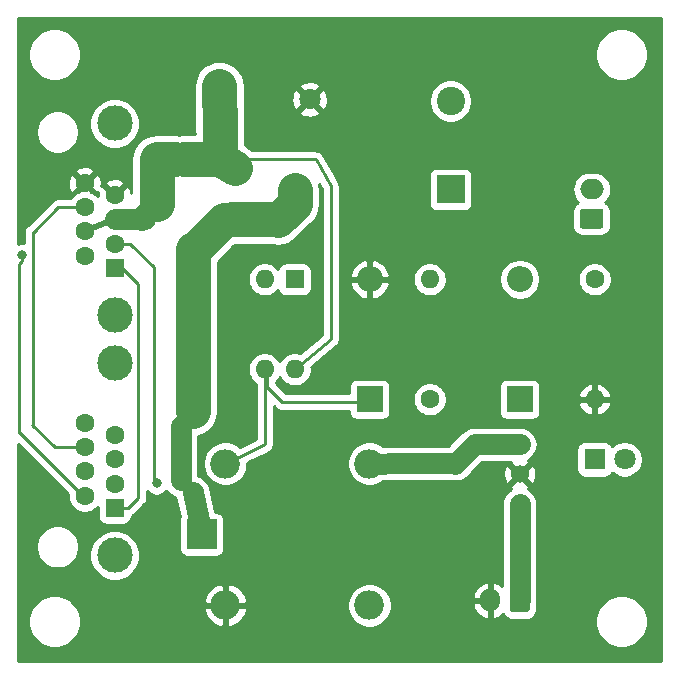
<source format=gbr>
%TF.GenerationSoftware,KiCad,Pcbnew,5.1.6-c6e7f7d~87~ubuntu18.04.1*%
%TF.CreationDate,2020-07-24T23:53:58+09:00*%
%TF.ProjectId,001,3030312e-6b69-4636-9164-5f7063625858,001*%
%TF.SameCoordinates,Original*%
%TF.FileFunction,Copper,L2,Bot*%
%TF.FilePolarity,Positive*%
%FSLAX46Y46*%
G04 Gerber Fmt 4.6, Leading zero omitted, Abs format (unit mm)*
G04 Created by KiCad (PCBNEW 5.1.6-c6e7f7d~87~ubuntu18.04.1) date 2020-07-24 23:53:58*
%MOMM*%
%LPD*%
G01*
G04 APERTURE LIST*
%TA.AperFunction,ComponentPad*%
%ADD10C,1.600000*%
%TD*%
%TA.AperFunction,ComponentPad*%
%ADD11R,1.600000X1.600000*%
%TD*%
%TA.AperFunction,ComponentPad*%
%ADD12C,3.000000*%
%TD*%
%TA.AperFunction,ComponentPad*%
%ADD13O,2.500000X2.500000*%
%TD*%
%TA.AperFunction,ComponentPad*%
%ADD14R,2.500000X2.500000*%
%TD*%
%TA.AperFunction,ComponentPad*%
%ADD15C,1.524000*%
%TD*%
%TA.AperFunction,ComponentPad*%
%ADD16O,1.600000X1.600000*%
%TD*%
%TA.AperFunction,ComponentPad*%
%ADD17C,1.800000*%
%TD*%
%TA.AperFunction,ComponentPad*%
%ADD18R,1.800000X1.800000*%
%TD*%
%TA.AperFunction,ComponentPad*%
%ADD19O,1.700000X2.000000*%
%TD*%
%TA.AperFunction,ComponentPad*%
%ADD20O,2.000000X1.700000*%
%TD*%
%TA.AperFunction,ComponentPad*%
%ADD21C,2.400000*%
%TD*%
%TA.AperFunction,ComponentPad*%
%ADD22R,2.400000X2.400000*%
%TD*%
%TA.AperFunction,ComponentPad*%
%ADD23R,2.200000X2.200000*%
%TD*%
%TA.AperFunction,ComponentPad*%
%ADD24O,2.200000X2.200000*%
%TD*%
%TA.AperFunction,ComponentPad*%
%ADD25C,1.400000*%
%TD*%
%TA.AperFunction,ViaPad*%
%ADD26C,0.800000*%
%TD*%
%TA.AperFunction,Conductor*%
%ADD27C,0.250000*%
%TD*%
%TA.AperFunction,Conductor*%
%ADD28C,3.000000*%
%TD*%
%TA.AperFunction,Conductor*%
%ADD29C,1.750000*%
%TD*%
%TA.AperFunction,Conductor*%
%ADD30C,0.500000*%
%TD*%
%TA.AperFunction,Conductor*%
%ADD31C,2.000000*%
%TD*%
%TA.AperFunction,Conductor*%
%ADD32C,0.254000*%
%TD*%
G04 APERTURE END LIST*
D10*
%TO.P,J22,8*%
%TO.N,Net-(J22-Pad8)*%
X182880000Y-92190000D03*
%TO.P,J22,7*%
%TO.N,Net-(J22-Pad7)*%
X185420000Y-93210000D03*
%TO.P,J22,6*%
%TO.N,/PD4*%
X182880000Y-94230000D03*
%TO.P,J22,5*%
%TO.N,Net-(J22-Pad5)*%
X185420000Y-95250000D03*
%TO.P,J22,4*%
%TO.N,Net-(J22-Pad4)*%
X182880000Y-96270000D03*
%TO.P,J22,3*%
%TO.N,/PD3*%
X185420000Y-97290000D03*
%TO.P,J22,2*%
%TO.N,/PD2*%
X182880000Y-98310000D03*
D11*
%TO.P,J22,1*%
%TO.N,/PD1*%
X185420000Y-99330000D03*
D12*
%TO.P,J22,*%
%TO.N,*%
X185420000Y-103375000D03*
X185420000Y-87125000D03*
%TD*%
D10*
%TO.P,J21,8*%
%TO.N,/PD_GND*%
X182880000Y-71870000D03*
%TO.P,J21,7*%
X185420000Y-72890000D03*
%TO.P,J21,6*%
%TO.N,/PD4*%
X182880000Y-73910000D03*
%TO.P,J21,5*%
%TO.N,/PD_PWR*%
X185420000Y-74930000D03*
%TO.P,J21,4*%
X182880000Y-75950000D03*
%TO.P,J21,3*%
%TO.N,/PD3*%
X185420000Y-76970000D03*
%TO.P,J21,2*%
%TO.N,/PD2*%
X182880000Y-77990000D03*
D11*
%TO.P,J21,1*%
%TO.N,/PD1*%
X185420000Y-79010000D03*
D12*
%TO.P,J21,*%
%TO.N,*%
X185420000Y-83055000D03*
X185420000Y-66805000D03*
%TD*%
D13*
%TO.P,K21,5*%
%TO.N,Net-(D22-Pad1)*%
X194786000Y-95600000D03*
%TO.P,K21,4*%
%TO.N,Net-(D23-Pad2)*%
X206986000Y-95600000D03*
%TO.P,K21,3*%
%TO.N,Net-(K21-Pad3)*%
X206986000Y-107600000D03*
%TO.P,K21,2*%
%TO.N,/PD_GND*%
X194786000Y-107600000D03*
D14*
%TO.P,K21,1*%
%TO.N,Net-(F21-Pad2)*%
X192786000Y-101600000D03*
%TD*%
D15*
%TO.P,FL21,1*%
%TO.N,Net-(D23-Pad2)*%
X219710000Y-93980000D03*
%TO.P,FL21,2*%
%TO.N,/PD_GND*%
X219710000Y-96520000D03*
%TO.P,FL21,3*%
%TO.N,Net-(CN22-Pad1)*%
X219710000Y-99060000D03*
%TD*%
D16*
%TO.P,R22,2*%
%TO.N,/PD_GND*%
X226060000Y-90170000D03*
D10*
%TO.P,R22,1*%
%TO.N,Net-(D23-Pad1)*%
X226060000Y-80010000D03*
%TD*%
D17*
%TO.P,D23,2*%
%TO.N,Net-(D23-Pad2)*%
X228600000Y-95250000D03*
D18*
%TO.P,D23,1*%
%TO.N,Net-(D23-Pad1)*%
X226060000Y-95250000D03*
%TD*%
D19*
%TO.P,CN22,2*%
%TO.N,/PD_GND*%
X217210000Y-107188000D03*
%TO.P,CN22,1*%
%TO.N,Net-(CN22-Pad1)*%
%TA.AperFunction,ComponentPad*%
G36*
G01*
X220560000Y-106438000D02*
X220560000Y-107938000D01*
G75*
G02*
X220310000Y-108188000I-250000J0D01*
G01*
X219110000Y-108188000D01*
G75*
G02*
X218860000Y-107938000I0J250000D01*
G01*
X218860000Y-106438000D01*
G75*
G02*
X219110000Y-106188000I250000J0D01*
G01*
X220310000Y-106188000D01*
G75*
G02*
X220560000Y-106438000I0J-250000D01*
G01*
G37*
%TD.AperFunction*%
%TD*%
D20*
%TO.P,CN21,2*%
%TO.N,Net-(C21-Pad2)*%
X225806000Y-72366500D03*
%TO.P,CN21,1*%
%TO.N,Net-(CN21-Pad1)*%
%TA.AperFunction,ComponentPad*%
G36*
G01*
X226556000Y-75716500D02*
X225056000Y-75716500D01*
G75*
G02*
X224806000Y-75466500I0J250000D01*
G01*
X224806000Y-74266500D01*
G75*
G02*
X225056000Y-74016500I250000J0D01*
G01*
X226556000Y-74016500D01*
G75*
G02*
X226806000Y-74266500I0J-250000D01*
G01*
X226806000Y-75466500D01*
G75*
G02*
X226556000Y-75716500I-250000J0D01*
G01*
G37*
%TD.AperFunction*%
%TD*%
D17*
%TO.P,RV21,2*%
%TO.N,/PD_PWR*%
X194430000Y-63370000D03*
%TO.P,RV21,1*%
%TO.N,/PD_GND*%
X201930000Y-64770000D03*
%TD*%
D16*
%TO.P,R21,2*%
%TO.N,Net-(R21-Pad2)*%
X212090000Y-80010000D03*
D10*
%TO.P,R21,1*%
%TO.N,Net-(C21-Pad1)*%
X212090000Y-90170000D03*
%TD*%
D21*
%TO.P,C21,2*%
%TO.N,Net-(C21-Pad2)*%
X213868000Y-64890000D03*
D22*
%TO.P,C21,1*%
%TO.N,Net-(C21-Pad1)*%
X213868000Y-72390000D03*
%TD*%
D23*
%TO.P,D21,1*%
%TO.N,Net-(C21-Pad1)*%
X219710000Y-90170000D03*
D24*
%TO.P,D21,2*%
%TO.N,Net-(CN21-Pad1)*%
X219710000Y-80010000D03*
%TD*%
%TO.P,D22,2*%
%TO.N,/PD_GND*%
X207010000Y-80010000D03*
D23*
%TO.P,D22,1*%
%TO.N,Net-(D22-Pad1)*%
X207010000Y-90170000D03*
%TD*%
D25*
%TO.P,F21,1*%
%TO.N,/PD_PWR*%
X195580000Y-70662800D03*
%TO.P,F21,2*%
%TO.N,Net-(F21-Pad2)*%
X200680000Y-72462800D03*
%TD*%
D11*
%TO.P,U21,1*%
%TO.N,Net-(R21-Pad2)*%
X200660000Y-80010000D03*
D16*
%TO.P,U21,3*%
%TO.N,Net-(D22-Pad1)*%
X198120000Y-87630000D03*
%TO.P,U21,2*%
%TO.N,Net-(C21-Pad2)*%
X198120000Y-80010000D03*
%TO.P,U21,4*%
%TO.N,/PD_PWR*%
X200660000Y-87630000D03*
%TD*%
D26*
%TO.N,Net-(F21-Pad2)*%
X192024000Y-91186000D03*
X192024000Y-91186000D03*
X192024000Y-98044000D03*
X191008000Y-92456000D03*
X191008000Y-93726000D03*
X191008000Y-97028000D03*
X191008000Y-95504000D03*
X194310000Y-74930000D03*
X192087500Y-77152500D03*
X199136000Y-74930000D03*
X192024000Y-80391000D03*
X192024000Y-83566000D03*
X192024000Y-87376000D03*
%TO.N,/PD3*%
X188976000Y-97282000D03*
%TO.N,/PD2*%
X177546000Y-77978000D03*
%TO.N,Net-(D23-Pad2)*%
X211740000Y-95600000D03*
X213018698Y-95591302D03*
X214630000Y-95250000D03*
X215900000Y-93980000D03*
X217170000Y-93980000D03*
X209895804Y-95595804D03*
%TO.N,/PD_PWR*%
X194310000Y-66040000D03*
X194310000Y-67310000D03*
X194310000Y-68580000D03*
X193040000Y-69850000D03*
X191770000Y-69850000D03*
X190500000Y-69850000D03*
X189230000Y-69850000D03*
X189230000Y-71120000D03*
X189230000Y-72390000D03*
X189230000Y-73660000D03*
X187960000Y-74930000D03*
%TD*%
D27*
%TO.N,Net-(D22-Pad1)*%
X198337720Y-87839579D02*
X198337720Y-89109579D01*
X199644000Y-90424000D02*
X207264000Y-90424000D01*
X198351683Y-89133495D02*
X199621683Y-90403495D01*
X198120000Y-93980000D02*
X194786000Y-95600000D01*
X198120000Y-87884000D02*
X198120000Y-93980000D01*
D28*
%TO.N,Net-(F21-Pad2)*%
X200660000Y-72462800D02*
X200660000Y-73640000D01*
X200572628Y-73704587D02*
X199282628Y-74994587D01*
X199136000Y-74930000D02*
X199136000Y-74930000D01*
X194686827Y-74978574D02*
X193887701Y-75777701D01*
X192024000Y-77470000D02*
X192024000Y-77470000D01*
X193887701Y-75777701D02*
X192617701Y-77047701D01*
D29*
X192617701Y-77047701D02*
X192146827Y-77518574D01*
D28*
X192024000Y-77470000D02*
X192024000Y-80391000D01*
D29*
X192024000Y-98044000D02*
X192786000Y-101600000D01*
X191008000Y-97028000D02*
X191008000Y-95504000D01*
X191008000Y-95504000D02*
X191008000Y-93726000D01*
X191008000Y-93726000D02*
X191008000Y-92456000D01*
D28*
X199136000Y-74930000D02*
X195326000Y-74930000D01*
X192024000Y-80391000D02*
X192024000Y-83566000D01*
X192024000Y-83566000D02*
X192024000Y-87376000D01*
X192024000Y-87376000D02*
X192024000Y-91186000D01*
D27*
%TO.N,/PD1*%
X186572400Y-99330000D02*
X185420000Y-99330000D01*
X187426600Y-98475800D02*
X186572400Y-99330000D01*
X187426600Y-80391000D02*
X187426600Y-98475800D01*
X185420000Y-79010000D02*
X186045600Y-79010000D01*
X186045600Y-79010000D02*
X187426600Y-80391000D01*
%TO.N,/PD3*%
X188798200Y-97282000D02*
X188798200Y-97282000D01*
X188798200Y-78968600D02*
X188798200Y-97282000D01*
X185420000Y-76970000D02*
X186690000Y-76970000D01*
X186690000Y-76970000D02*
X188798200Y-78968600D01*
%TO.N,/PD2*%
X182626000Y-98298000D02*
X177292000Y-92964000D01*
X177292000Y-92976000D02*
X177292000Y-78740000D01*
X177546000Y-78486000D02*
X177292000Y-78740000D01*
X177546000Y-77978000D02*
X177546000Y-78486000D01*
%TO.N,/PD4*%
X182757000Y-94230000D02*
X180340000Y-94230000D01*
X180340000Y-94230000D02*
X178439000Y-92329000D01*
X180725000Y-73910000D02*
X182880000Y-73910000D01*
X178492521Y-76059881D02*
X180655521Y-73896881D01*
X178480616Y-92306702D02*
X178480616Y-76029580D01*
D29*
%TO.N,Net-(CN22-Pad1)*%
X219710000Y-99060000D02*
X219710000Y-107188000D01*
%TO.N,Net-(D23-Pad2)*%
X215900000Y-93980000D02*
X219710000Y-93980000D01*
X214280000Y-95600000D02*
X215900000Y-93980000D01*
X213018698Y-95591302D02*
X214342088Y-95591302D01*
X206986000Y-95600000D02*
X209895804Y-95595804D01*
X209895804Y-95595804D02*
X213018698Y-95591302D01*
D30*
%TO.N,/PD_PWR*%
X182880000Y-75950000D02*
X185420000Y-74930000D01*
D28*
X194310000Y-69799200D02*
X195580000Y-70612000D01*
X189230000Y-69850000D02*
X190500000Y-69850000D01*
X194356440Y-68833585D02*
X194356440Y-67563585D01*
X192786000Y-69850000D02*
X194056000Y-69850000D01*
X191262000Y-69850000D02*
X192532000Y-69850000D01*
D29*
X189230000Y-69850000D02*
X190500000Y-69850000D01*
D28*
X188976000Y-69850000D02*
X188976000Y-71120000D01*
X188976000Y-71120000D02*
X188976000Y-72390000D01*
X188976000Y-72390000D02*
X188976000Y-73660000D01*
D31*
X188976000Y-73660000D02*
X187706000Y-74930000D01*
D29*
X187960000Y-74930000D02*
X185420000Y-74930000D01*
D27*
X195122800Y-69850000D02*
X194310000Y-70662800D01*
X202438000Y-69850000D02*
X195122800Y-69850000D01*
X203708000Y-72136000D02*
X202438000Y-69850000D01*
X200660000Y-87630000D02*
X203708000Y-85090000D01*
X203708000Y-85090000D02*
X203708000Y-72136000D01*
D28*
X194310000Y-67310000D02*
X194294813Y-63657778D01*
%TD*%
D32*
%TO.N,/PD_GND*%
G36*
X231725000Y-112345000D02*
G01*
X177215000Y-112345000D01*
X177215000Y-108739872D01*
X178105000Y-108739872D01*
X178105000Y-109180128D01*
X178190890Y-109611925D01*
X178359369Y-110018669D01*
X178603962Y-110384729D01*
X178915271Y-110696038D01*
X179281331Y-110940631D01*
X179688075Y-111109110D01*
X180119872Y-111195000D01*
X180560128Y-111195000D01*
X180991925Y-111109110D01*
X181398669Y-110940631D01*
X181764729Y-110696038D01*
X182076038Y-110384729D01*
X182320631Y-110018669D01*
X182489110Y-109611925D01*
X182575000Y-109180128D01*
X182575000Y-108739872D01*
X182489110Y-108308075D01*
X182369639Y-108019646D01*
X192948301Y-108019646D01*
X193065481Y-108370100D01*
X193248779Y-108690959D01*
X193491152Y-108969893D01*
X193783285Y-109196183D01*
X194113952Y-109361133D01*
X194366355Y-109437695D01*
X194659000Y-109321572D01*
X194659000Y-107727000D01*
X194913000Y-107727000D01*
X194913000Y-109321572D01*
X195205645Y-109437695D01*
X195458048Y-109361133D01*
X195788715Y-109196183D01*
X196080848Y-108969893D01*
X196323221Y-108690959D01*
X196506519Y-108370100D01*
X196623699Y-108019646D01*
X196507971Y-107727000D01*
X194913000Y-107727000D01*
X194659000Y-107727000D01*
X193064029Y-107727000D01*
X192948301Y-108019646D01*
X182369639Y-108019646D01*
X182320631Y-107901331D01*
X182076038Y-107535271D01*
X181764729Y-107223962D01*
X181699465Y-107180354D01*
X192948301Y-107180354D01*
X193064029Y-107473000D01*
X194659000Y-107473000D01*
X194659000Y-105878428D01*
X194913000Y-105878428D01*
X194913000Y-107473000D01*
X196507971Y-107473000D01*
X196531166Y-107414344D01*
X205101000Y-107414344D01*
X205101000Y-107785656D01*
X205173439Y-108149834D01*
X205315534Y-108492882D01*
X205521825Y-108801618D01*
X205784382Y-109064175D01*
X206093118Y-109270466D01*
X206436166Y-109412561D01*
X206800344Y-109485000D01*
X207171656Y-109485000D01*
X207535834Y-109412561D01*
X207878882Y-109270466D01*
X208187618Y-109064175D01*
X208450175Y-108801618D01*
X208656466Y-108492882D01*
X208798561Y-108149834D01*
X208871000Y-107785656D01*
X208871000Y-107547742D01*
X215738715Y-107547742D01*
X215807904Y-107830745D01*
X215930975Y-108094812D01*
X216103198Y-108329795D01*
X216317954Y-108526664D01*
X216566991Y-108677854D01*
X216840739Y-108777554D01*
X216853110Y-108779476D01*
X217083000Y-108658155D01*
X217083000Y-107315000D01*
X215882768Y-107315000D01*
X215738715Y-107547742D01*
X208871000Y-107547742D01*
X208871000Y-107414344D01*
X208798561Y-107050166D01*
X208706644Y-106828258D01*
X215738715Y-106828258D01*
X215882768Y-107061000D01*
X217083000Y-107061000D01*
X217083000Y-105717845D01*
X217337000Y-105717845D01*
X217337000Y-107061000D01*
X217357000Y-107061000D01*
X217357000Y-107315000D01*
X217337000Y-107315000D01*
X217337000Y-108658155D01*
X217566890Y-108779476D01*
X217579261Y-108777554D01*
X217853009Y-108677854D01*
X218102046Y-108526664D01*
X218316802Y-108329795D01*
X218317086Y-108329407D01*
X218371595Y-108431386D01*
X218482038Y-108565962D01*
X218616614Y-108676405D01*
X218770150Y-108758472D01*
X218936746Y-108809008D01*
X219110000Y-108826072D01*
X220310000Y-108826072D01*
X220483254Y-108809008D01*
X220649850Y-108758472D01*
X220684648Y-108739872D01*
X226105000Y-108739872D01*
X226105000Y-109180128D01*
X226190890Y-109611925D01*
X226359369Y-110018669D01*
X226603962Y-110384729D01*
X226915271Y-110696038D01*
X227281331Y-110940631D01*
X227688075Y-111109110D01*
X228119872Y-111195000D01*
X228560128Y-111195000D01*
X228991925Y-111109110D01*
X229398669Y-110940631D01*
X229764729Y-110696038D01*
X230076038Y-110384729D01*
X230320631Y-110018669D01*
X230489110Y-109611925D01*
X230575000Y-109180128D01*
X230575000Y-108739872D01*
X230489110Y-108308075D01*
X230320631Y-107901331D01*
X230076038Y-107535271D01*
X229764729Y-107223962D01*
X229398669Y-106979369D01*
X228991925Y-106810890D01*
X228560128Y-106725000D01*
X228119872Y-106725000D01*
X227688075Y-106810890D01*
X227281331Y-106979369D01*
X226915271Y-107223962D01*
X226603962Y-107535271D01*
X226359369Y-107901331D01*
X226190890Y-108308075D01*
X226105000Y-108739872D01*
X220684648Y-108739872D01*
X220803386Y-108676405D01*
X220937962Y-108565962D01*
X221048405Y-108431386D01*
X221130472Y-108277850D01*
X221181008Y-108111254D01*
X221198072Y-107938000D01*
X221198072Y-107484272D01*
X221198151Y-107484012D01*
X221220000Y-107262178D01*
X221220000Y-98985822D01*
X221198151Y-98763988D01*
X221111808Y-98479352D01*
X220971594Y-98217030D01*
X220782897Y-97987103D01*
X220552969Y-97798406D01*
X220422922Y-97728894D01*
X220428980Y-97725656D01*
X220495960Y-97485565D01*
X219710000Y-96699605D01*
X218924040Y-97485565D01*
X218991020Y-97725656D01*
X218997465Y-97728687D01*
X218867030Y-97798406D01*
X218637103Y-97987103D01*
X218448406Y-98217031D01*
X218308192Y-98479353D01*
X218221849Y-98763989D01*
X218200000Y-98985823D01*
X218200001Y-105939132D01*
X218102046Y-105849336D01*
X217853009Y-105698146D01*
X217579261Y-105598446D01*
X217566890Y-105596524D01*
X217337000Y-105717845D01*
X217083000Y-105717845D01*
X216853110Y-105596524D01*
X216840739Y-105598446D01*
X216566991Y-105698146D01*
X216317954Y-105849336D01*
X216103198Y-106046205D01*
X215930975Y-106281188D01*
X215807904Y-106545255D01*
X215738715Y-106828258D01*
X208706644Y-106828258D01*
X208656466Y-106707118D01*
X208450175Y-106398382D01*
X208187618Y-106135825D01*
X207878882Y-105929534D01*
X207535834Y-105787439D01*
X207171656Y-105715000D01*
X206800344Y-105715000D01*
X206436166Y-105787439D01*
X206093118Y-105929534D01*
X205784382Y-106135825D01*
X205521825Y-106398382D01*
X205315534Y-106707118D01*
X205173439Y-107050166D01*
X205101000Y-107414344D01*
X196531166Y-107414344D01*
X196623699Y-107180354D01*
X196506519Y-106829900D01*
X196323221Y-106509041D01*
X196080848Y-106230107D01*
X195788715Y-106003817D01*
X195458048Y-105838867D01*
X195205645Y-105762305D01*
X194913000Y-105878428D01*
X194659000Y-105878428D01*
X194366355Y-105762305D01*
X194113952Y-105838867D01*
X193783285Y-106003817D01*
X193491152Y-106230107D01*
X193248779Y-106509041D01*
X193065481Y-106829900D01*
X192948301Y-107180354D01*
X181699465Y-107180354D01*
X181398669Y-106979369D01*
X180991925Y-106810890D01*
X180560128Y-106725000D01*
X180119872Y-106725000D01*
X179688075Y-106810890D01*
X179281331Y-106979369D01*
X178915271Y-107223962D01*
X178603962Y-107535271D01*
X178359369Y-107901331D01*
X178190890Y-108308075D01*
X178105000Y-108739872D01*
X177215000Y-108739872D01*
X177215000Y-102469268D01*
X178745000Y-102469268D01*
X178745000Y-102830732D01*
X178815518Y-103185250D01*
X178953844Y-103519199D01*
X179154662Y-103819744D01*
X179410256Y-104075338D01*
X179710801Y-104276156D01*
X180044750Y-104414482D01*
X180399268Y-104485000D01*
X180760732Y-104485000D01*
X181115250Y-104414482D01*
X181449199Y-104276156D01*
X181749744Y-104075338D01*
X182005338Y-103819744D01*
X182206156Y-103519199D01*
X182344482Y-103185250D01*
X182348565Y-103164721D01*
X183285000Y-103164721D01*
X183285000Y-103585279D01*
X183367047Y-103997756D01*
X183527988Y-104386302D01*
X183761637Y-104735983D01*
X184059017Y-105033363D01*
X184408698Y-105267012D01*
X184797244Y-105427953D01*
X185209721Y-105510000D01*
X185630279Y-105510000D01*
X186042756Y-105427953D01*
X186431302Y-105267012D01*
X186780983Y-105033363D01*
X187078363Y-104735983D01*
X187312012Y-104386302D01*
X187472953Y-103997756D01*
X187555000Y-103585279D01*
X187555000Y-103164721D01*
X187472953Y-102752244D01*
X187312012Y-102363698D01*
X187078363Y-102014017D01*
X186780983Y-101716637D01*
X186431302Y-101482988D01*
X186042756Y-101322047D01*
X185630279Y-101240000D01*
X185209721Y-101240000D01*
X184797244Y-101322047D01*
X184408698Y-101482988D01*
X184059017Y-101716637D01*
X183761637Y-102014017D01*
X183527988Y-102363698D01*
X183367047Y-102752244D01*
X183285000Y-103164721D01*
X182348565Y-103164721D01*
X182415000Y-102830732D01*
X182415000Y-102469268D01*
X182344482Y-102114750D01*
X182206156Y-101780801D01*
X182005338Y-101480256D01*
X181749744Y-101224662D01*
X181449199Y-101023844D01*
X181115250Y-100885518D01*
X180760732Y-100815000D01*
X180399268Y-100815000D01*
X180044750Y-100885518D01*
X179710801Y-101023844D01*
X179410256Y-101224662D01*
X179154662Y-101480256D01*
X178953844Y-101780801D01*
X178815518Y-102114750D01*
X178745000Y-102469268D01*
X177215000Y-102469268D01*
X177215000Y-93961801D01*
X181445000Y-98191802D01*
X181445000Y-98451335D01*
X181500147Y-98728574D01*
X181608320Y-98989727D01*
X181765363Y-99224759D01*
X181965241Y-99424637D01*
X182200273Y-99581680D01*
X182461426Y-99689853D01*
X182738665Y-99745000D01*
X183021335Y-99745000D01*
X183298574Y-99689853D01*
X183559727Y-99581680D01*
X183794759Y-99424637D01*
X183981928Y-99237468D01*
X183981928Y-100130000D01*
X183994188Y-100254482D01*
X184030498Y-100374180D01*
X184089463Y-100484494D01*
X184168815Y-100581185D01*
X184265506Y-100660537D01*
X184375820Y-100719502D01*
X184495518Y-100755812D01*
X184620000Y-100768072D01*
X186220000Y-100768072D01*
X186344482Y-100755812D01*
X186464180Y-100719502D01*
X186574494Y-100660537D01*
X186671185Y-100581185D01*
X186750537Y-100484494D01*
X186809502Y-100374180D01*
X186845812Y-100254482D01*
X186858072Y-100130000D01*
X186858072Y-100037540D01*
X186864647Y-100035546D01*
X186996676Y-99964974D01*
X187112401Y-99870001D01*
X187136203Y-99840998D01*
X187937603Y-99039599D01*
X187966601Y-99015801D01*
X188061574Y-98900076D01*
X188132146Y-98768047D01*
X188175603Y-98624786D01*
X188186600Y-98513133D01*
X188186600Y-98513124D01*
X188190276Y-98475801D01*
X188186600Y-98438478D01*
X188186600Y-97956311D01*
X188316226Y-98085937D01*
X188485744Y-98199205D01*
X188674102Y-98277226D01*
X188874061Y-98317000D01*
X189077939Y-98317000D01*
X189277898Y-98277226D01*
X189466256Y-98199205D01*
X189635774Y-98085937D01*
X189779937Y-97941774D01*
X189790967Y-97925267D01*
X189935103Y-98100897D01*
X190165030Y-98289594D01*
X190427352Y-98429808D01*
X190571782Y-98473620D01*
X190931872Y-100154037D01*
X190910188Y-100225518D01*
X190897928Y-100350000D01*
X190897928Y-102850000D01*
X190910188Y-102974482D01*
X190946498Y-103094180D01*
X191005463Y-103204494D01*
X191084815Y-103301185D01*
X191181506Y-103380537D01*
X191291820Y-103439502D01*
X191411518Y-103475812D01*
X191536000Y-103488072D01*
X194036000Y-103488072D01*
X194160482Y-103475812D01*
X194280180Y-103439502D01*
X194390494Y-103380537D01*
X194487185Y-103301185D01*
X194566537Y-103204494D01*
X194625502Y-103094180D01*
X194661812Y-102974482D01*
X194674072Y-102850000D01*
X194674072Y-100350000D01*
X194661812Y-100225518D01*
X194625502Y-100105820D01*
X194566537Y-99995506D01*
X194487185Y-99898815D01*
X194390494Y-99819463D01*
X194280180Y-99760498D01*
X194160482Y-99724188D01*
X194036000Y-99711928D01*
X193925692Y-99711928D01*
X193484939Y-97655080D01*
X193417094Y-97442748D01*
X193273028Y-97182522D01*
X193080962Y-96955402D01*
X192848278Y-96770116D01*
X192583917Y-96633784D01*
X192518000Y-96614845D01*
X192518000Y-93267215D01*
X192844982Y-93168026D01*
X193215881Y-92969777D01*
X193540977Y-92702977D01*
X193807777Y-92377881D01*
X194006026Y-92006982D01*
X194128108Y-91604533D01*
X194159000Y-91290882D01*
X194159000Y-79868665D01*
X196685000Y-79868665D01*
X196685000Y-80151335D01*
X196740147Y-80428574D01*
X196848320Y-80689727D01*
X197005363Y-80924759D01*
X197205241Y-81124637D01*
X197440273Y-81281680D01*
X197701426Y-81389853D01*
X197978665Y-81445000D01*
X198261335Y-81445000D01*
X198538574Y-81389853D01*
X198799727Y-81281680D01*
X199034759Y-81124637D01*
X199233357Y-80926039D01*
X199234188Y-80934482D01*
X199270498Y-81054180D01*
X199329463Y-81164494D01*
X199408815Y-81261185D01*
X199505506Y-81340537D01*
X199615820Y-81399502D01*
X199735518Y-81435812D01*
X199860000Y-81448072D01*
X201460000Y-81448072D01*
X201584482Y-81435812D01*
X201704180Y-81399502D01*
X201814494Y-81340537D01*
X201911185Y-81261185D01*
X201990537Y-81164494D01*
X202049502Y-81054180D01*
X202085812Y-80934482D01*
X202098072Y-80810000D01*
X202098072Y-79210000D01*
X202085812Y-79085518D01*
X202049502Y-78965820D01*
X201990537Y-78855506D01*
X201911185Y-78758815D01*
X201814494Y-78679463D01*
X201704180Y-78620498D01*
X201584482Y-78584188D01*
X201460000Y-78571928D01*
X199860000Y-78571928D01*
X199735518Y-78584188D01*
X199615820Y-78620498D01*
X199505506Y-78679463D01*
X199408815Y-78758815D01*
X199329463Y-78855506D01*
X199270498Y-78965820D01*
X199234188Y-79085518D01*
X199233357Y-79093961D01*
X199034759Y-78895363D01*
X198799727Y-78738320D01*
X198538574Y-78630147D01*
X198261335Y-78575000D01*
X197978665Y-78575000D01*
X197701426Y-78630147D01*
X197440273Y-78738320D01*
X197205241Y-78895363D01*
X197005363Y-79095241D01*
X196848320Y-79330273D01*
X196740147Y-79591426D01*
X196685000Y-79868665D01*
X194159000Y-79868665D01*
X194159000Y-78525747D01*
X195471536Y-77213211D01*
X195471537Y-77213209D01*
X195619746Y-77065000D01*
X198753021Y-77065000D01*
X198864095Y-77098694D01*
X199282628Y-77139916D01*
X199701161Y-77098694D01*
X200103610Y-76976612D01*
X200474509Y-76778363D01*
X200718138Y-76578422D01*
X201968444Y-75328116D01*
X202176977Y-75156977D01*
X202443777Y-74831881D01*
X202642026Y-74460981D01*
X202764108Y-74058532D01*
X202795000Y-73744881D01*
X202795000Y-72357918D01*
X202764108Y-72044267D01*
X202735819Y-71951010D01*
X202948001Y-72332939D01*
X202948000Y-84734035D01*
X201112034Y-86264007D01*
X201078574Y-86250147D01*
X200801335Y-86195000D01*
X200518665Y-86195000D01*
X200241426Y-86250147D01*
X199980273Y-86358320D01*
X199745241Y-86515363D01*
X199545363Y-86715241D01*
X199390000Y-86947759D01*
X199234637Y-86715241D01*
X199034759Y-86515363D01*
X198799727Y-86358320D01*
X198538574Y-86250147D01*
X198261335Y-86195000D01*
X197978665Y-86195000D01*
X197701426Y-86250147D01*
X197440273Y-86358320D01*
X197205241Y-86515363D01*
X197005363Y-86715241D01*
X196848320Y-86950273D01*
X196740147Y-87211426D01*
X196685000Y-87488665D01*
X196685000Y-87771335D01*
X196740147Y-88048574D01*
X196848320Y-88309727D01*
X197005363Y-88544759D01*
X197205241Y-88744637D01*
X197360000Y-88848044D01*
X197360001Y-93504317D01*
X196011400Y-94159607D01*
X195987618Y-94135825D01*
X195678882Y-93929534D01*
X195335834Y-93787439D01*
X194971656Y-93715000D01*
X194600344Y-93715000D01*
X194236166Y-93787439D01*
X193893118Y-93929534D01*
X193584382Y-94135825D01*
X193321825Y-94398382D01*
X193115534Y-94707118D01*
X192973439Y-95050166D01*
X192901000Y-95414344D01*
X192901000Y-95785656D01*
X192973439Y-96149834D01*
X193115534Y-96492882D01*
X193321825Y-96801618D01*
X193584382Y-97064175D01*
X193893118Y-97270466D01*
X194236166Y-97412561D01*
X194600344Y-97485000D01*
X194971656Y-97485000D01*
X195335834Y-97412561D01*
X195678882Y-97270466D01*
X195987618Y-97064175D01*
X196250175Y-96801618D01*
X196456466Y-96492882D01*
X196598561Y-96149834D01*
X196671000Y-95785656D01*
X196671000Y-95529042D01*
X196907051Y-95414344D01*
X205101000Y-95414344D01*
X205101000Y-95785656D01*
X205173439Y-96149834D01*
X205315534Y-96492882D01*
X205521825Y-96801618D01*
X205784382Y-97064175D01*
X206093118Y-97270466D01*
X206436166Y-97412561D01*
X206800344Y-97485000D01*
X207171656Y-97485000D01*
X207535834Y-97412561D01*
X207878882Y-97270466D01*
X208121485Y-97108364D01*
X209823802Y-97105909D01*
X209823803Y-97105909D01*
X213019444Y-97101302D01*
X214117516Y-97101302D01*
X214280000Y-97117305D01*
X214576011Y-97088151D01*
X214588619Y-97084327D01*
X214638100Y-97079453D01*
X214922736Y-96993110D01*
X215185058Y-96852896D01*
X215414985Y-96664199D01*
X215474223Y-96592017D01*
X218308090Y-96592017D01*
X218349078Y-96864133D01*
X218442364Y-97123023D01*
X218504344Y-97238980D01*
X218744435Y-97305960D01*
X219530395Y-96520000D01*
X219889605Y-96520000D01*
X220675565Y-97305960D01*
X220915656Y-97238980D01*
X221032756Y-96989952D01*
X221099023Y-96722865D01*
X221111910Y-96447983D01*
X221070922Y-96175867D01*
X220977636Y-95916977D01*
X220915656Y-95801020D01*
X220675565Y-95734040D01*
X219889605Y-96520000D01*
X219530395Y-96520000D01*
X218744435Y-95734040D01*
X218504344Y-95801020D01*
X218387244Y-96050048D01*
X218320977Y-96317135D01*
X218308090Y-96592017D01*
X215474223Y-96592017D01*
X215603682Y-96434272D01*
X215629509Y-96385953D01*
X216525463Y-95490000D01*
X218942016Y-95490000D01*
X218924040Y-95554435D01*
X219710000Y-96340395D01*
X220495960Y-95554435D01*
X220428980Y-95314344D01*
X220422535Y-95311313D01*
X220552970Y-95241594D01*
X220782897Y-95052897D01*
X220971594Y-94822970D01*
X221111808Y-94560648D01*
X221175707Y-94350000D01*
X224521928Y-94350000D01*
X224521928Y-96150000D01*
X224534188Y-96274482D01*
X224570498Y-96394180D01*
X224629463Y-96504494D01*
X224708815Y-96601185D01*
X224805506Y-96680537D01*
X224915820Y-96739502D01*
X225035518Y-96775812D01*
X225160000Y-96788072D01*
X226960000Y-96788072D01*
X227084482Y-96775812D01*
X227204180Y-96739502D01*
X227314494Y-96680537D01*
X227411185Y-96601185D01*
X227490537Y-96504494D01*
X227549502Y-96394180D01*
X227555056Y-96375873D01*
X227621495Y-96442312D01*
X227872905Y-96610299D01*
X228152257Y-96726011D01*
X228448816Y-96785000D01*
X228751184Y-96785000D01*
X229047743Y-96726011D01*
X229327095Y-96610299D01*
X229578505Y-96442312D01*
X229792312Y-96228505D01*
X229960299Y-95977095D01*
X230076011Y-95697743D01*
X230135000Y-95401184D01*
X230135000Y-95098816D01*
X230076011Y-94802257D01*
X229960299Y-94522905D01*
X229792312Y-94271495D01*
X229578505Y-94057688D01*
X229327095Y-93889701D01*
X229047743Y-93773989D01*
X228751184Y-93715000D01*
X228448816Y-93715000D01*
X228152257Y-93773989D01*
X227872905Y-93889701D01*
X227621495Y-94057688D01*
X227555056Y-94124127D01*
X227549502Y-94105820D01*
X227490537Y-93995506D01*
X227411185Y-93898815D01*
X227314494Y-93819463D01*
X227204180Y-93760498D01*
X227084482Y-93724188D01*
X226960000Y-93711928D01*
X225160000Y-93711928D01*
X225035518Y-93724188D01*
X224915820Y-93760498D01*
X224805506Y-93819463D01*
X224708815Y-93898815D01*
X224629463Y-93995506D01*
X224570498Y-94105820D01*
X224534188Y-94225518D01*
X224521928Y-94350000D01*
X221175707Y-94350000D01*
X221198151Y-94276012D01*
X221227306Y-93980000D01*
X221198151Y-93683988D01*
X221111808Y-93399352D01*
X220971594Y-93137030D01*
X220782897Y-92907103D01*
X220552970Y-92718406D01*
X220290648Y-92578192D01*
X220006012Y-92491849D01*
X219784178Y-92470000D01*
X215974170Y-92470000D01*
X215900000Y-92462695D01*
X215825829Y-92470000D01*
X215825822Y-92470000D01*
X215603988Y-92491849D01*
X215319352Y-92578192D01*
X215057030Y-92718406D01*
X214968055Y-92791426D01*
X214884720Y-92859817D01*
X214884716Y-92859821D01*
X214827103Y-92907103D01*
X214779821Y-92964716D01*
X213663236Y-94081302D01*
X213091780Y-94081302D01*
X213090698Y-94081197D01*
X213017865Y-94081302D01*
X212944520Y-94081302D01*
X212943430Y-94081409D01*
X209967805Y-94085699D01*
X209967804Y-94085699D01*
X208116594Y-94088369D01*
X207878882Y-93929534D01*
X207535834Y-93787439D01*
X207171656Y-93715000D01*
X206800344Y-93715000D01*
X206436166Y-93787439D01*
X206093118Y-93929534D01*
X205784382Y-94135825D01*
X205521825Y-94398382D01*
X205315534Y-94707118D01*
X205173439Y-95050166D01*
X205101000Y-95414344D01*
X196907051Y-95414344D01*
X198398112Y-94689834D01*
X198412247Y-94685546D01*
X198465324Y-94657175D01*
X198485730Y-94647260D01*
X198498248Y-94639577D01*
X198544276Y-94614974D01*
X198561906Y-94600506D01*
X198581349Y-94588572D01*
X198619663Y-94553106D01*
X198660001Y-94520001D01*
X198674466Y-94502376D01*
X198691212Y-94486874D01*
X198721871Y-94444612D01*
X198754974Y-94404276D01*
X198765727Y-94384159D01*
X198779121Y-94365696D01*
X198800936Y-94318289D01*
X198825546Y-94272247D01*
X198832169Y-94250414D01*
X198841702Y-94229697D01*
X198853850Y-94178939D01*
X198869003Y-94128986D01*
X198871239Y-94106285D01*
X198876548Y-94084102D01*
X198878561Y-94031946D01*
X198880000Y-94017333D01*
X198880000Y-93994651D01*
X198882321Y-93934507D01*
X198880000Y-93919920D01*
X198880000Y-90736614D01*
X199088494Y-90945107D01*
X199103999Y-90964001D01*
X199219724Y-91058974D01*
X199351753Y-91129546D01*
X199495014Y-91173003D01*
X199606667Y-91184000D01*
X205271928Y-91184000D01*
X205271928Y-91270000D01*
X205284188Y-91394482D01*
X205320498Y-91514180D01*
X205379463Y-91624494D01*
X205458815Y-91721185D01*
X205555506Y-91800537D01*
X205665820Y-91859502D01*
X205785518Y-91895812D01*
X205910000Y-91908072D01*
X208110000Y-91908072D01*
X208234482Y-91895812D01*
X208354180Y-91859502D01*
X208464494Y-91800537D01*
X208561185Y-91721185D01*
X208640537Y-91624494D01*
X208699502Y-91514180D01*
X208735812Y-91394482D01*
X208748072Y-91270000D01*
X208748072Y-90028665D01*
X210655000Y-90028665D01*
X210655000Y-90311335D01*
X210710147Y-90588574D01*
X210818320Y-90849727D01*
X210975363Y-91084759D01*
X211175241Y-91284637D01*
X211410273Y-91441680D01*
X211671426Y-91549853D01*
X211948665Y-91605000D01*
X212231335Y-91605000D01*
X212508574Y-91549853D01*
X212769727Y-91441680D01*
X213004759Y-91284637D01*
X213204637Y-91084759D01*
X213361680Y-90849727D01*
X213469853Y-90588574D01*
X213525000Y-90311335D01*
X213525000Y-90028665D01*
X213469853Y-89751426D01*
X213361680Y-89490273D01*
X213204637Y-89255241D01*
X213019396Y-89070000D01*
X217971928Y-89070000D01*
X217971928Y-91270000D01*
X217984188Y-91394482D01*
X218020498Y-91514180D01*
X218079463Y-91624494D01*
X218158815Y-91721185D01*
X218255506Y-91800537D01*
X218365820Y-91859502D01*
X218485518Y-91895812D01*
X218610000Y-91908072D01*
X220810000Y-91908072D01*
X220934482Y-91895812D01*
X221054180Y-91859502D01*
X221164494Y-91800537D01*
X221261185Y-91721185D01*
X221340537Y-91624494D01*
X221399502Y-91514180D01*
X221435812Y-91394482D01*
X221448072Y-91270000D01*
X221448072Y-90519040D01*
X224668091Y-90519040D01*
X224762930Y-90783881D01*
X224907615Y-91025131D01*
X225096586Y-91233519D01*
X225322580Y-91401037D01*
X225576913Y-91521246D01*
X225710961Y-91561904D01*
X225933000Y-91439915D01*
X225933000Y-90297000D01*
X226187000Y-90297000D01*
X226187000Y-91439915D01*
X226409039Y-91561904D01*
X226543087Y-91521246D01*
X226797420Y-91401037D01*
X227023414Y-91233519D01*
X227212385Y-91025131D01*
X227357070Y-90783881D01*
X227451909Y-90519040D01*
X227330624Y-90297000D01*
X226187000Y-90297000D01*
X225933000Y-90297000D01*
X224789376Y-90297000D01*
X224668091Y-90519040D01*
X221448072Y-90519040D01*
X221448072Y-89820960D01*
X224668091Y-89820960D01*
X224789376Y-90043000D01*
X225933000Y-90043000D01*
X225933000Y-88900085D01*
X226187000Y-88900085D01*
X226187000Y-90043000D01*
X227330624Y-90043000D01*
X227451909Y-89820960D01*
X227357070Y-89556119D01*
X227212385Y-89314869D01*
X227023414Y-89106481D01*
X226797420Y-88938963D01*
X226543087Y-88818754D01*
X226409039Y-88778096D01*
X226187000Y-88900085D01*
X225933000Y-88900085D01*
X225710961Y-88778096D01*
X225576913Y-88818754D01*
X225322580Y-88938963D01*
X225096586Y-89106481D01*
X224907615Y-89314869D01*
X224762930Y-89556119D01*
X224668091Y-89820960D01*
X221448072Y-89820960D01*
X221448072Y-89070000D01*
X221435812Y-88945518D01*
X221399502Y-88825820D01*
X221340537Y-88715506D01*
X221261185Y-88618815D01*
X221164494Y-88539463D01*
X221054180Y-88480498D01*
X220934482Y-88444188D01*
X220810000Y-88431928D01*
X218610000Y-88431928D01*
X218485518Y-88444188D01*
X218365820Y-88480498D01*
X218255506Y-88539463D01*
X218158815Y-88618815D01*
X218079463Y-88715506D01*
X218020498Y-88825820D01*
X217984188Y-88945518D01*
X217971928Y-89070000D01*
X213019396Y-89070000D01*
X213004759Y-89055363D01*
X212769727Y-88898320D01*
X212508574Y-88790147D01*
X212231335Y-88735000D01*
X211948665Y-88735000D01*
X211671426Y-88790147D01*
X211410273Y-88898320D01*
X211175241Y-89055363D01*
X210975363Y-89255241D01*
X210818320Y-89490273D01*
X210710147Y-89751426D01*
X210655000Y-90028665D01*
X208748072Y-90028665D01*
X208748072Y-89070000D01*
X208735812Y-88945518D01*
X208699502Y-88825820D01*
X208640537Y-88715506D01*
X208561185Y-88618815D01*
X208464494Y-88539463D01*
X208354180Y-88480498D01*
X208234482Y-88444188D01*
X208110000Y-88431928D01*
X205910000Y-88431928D01*
X205785518Y-88444188D01*
X205665820Y-88480498D01*
X205555506Y-88539463D01*
X205458815Y-88618815D01*
X205379463Y-88715506D01*
X205320498Y-88825820D01*
X205284188Y-88945518D01*
X205271928Y-89070000D01*
X205271928Y-89664000D01*
X199956990Y-89664000D01*
X199097720Y-88804731D01*
X199097720Y-88681676D01*
X199234637Y-88544759D01*
X199390000Y-88312241D01*
X199545363Y-88544759D01*
X199745241Y-88744637D01*
X199980273Y-88901680D01*
X200241426Y-89009853D01*
X200518665Y-89065000D01*
X200801335Y-89065000D01*
X201078574Y-89009853D01*
X201339727Y-88901680D01*
X201574759Y-88744637D01*
X201774637Y-88544759D01*
X201931680Y-88309727D01*
X202039853Y-88048574D01*
X202095000Y-87771335D01*
X202095000Y-87488665D01*
X202083875Y-87432736D01*
X204192493Y-85675555D01*
X204248001Y-85630001D01*
X204273614Y-85598791D01*
X204301954Y-85570022D01*
X204320992Y-85541061D01*
X204342974Y-85514276D01*
X204362005Y-85478672D01*
X204384190Y-85444924D01*
X204397211Y-85412807D01*
X204413546Y-85382247D01*
X204425269Y-85343601D01*
X204440438Y-85306186D01*
X204446942Y-85272153D01*
X204457003Y-85238986D01*
X204460962Y-85198795D01*
X204468540Y-85159140D01*
X204468000Y-85087283D01*
X204468000Y-80406123D01*
X205320821Y-80406123D01*
X205430558Y-80728054D01*
X205600992Y-81022391D01*
X205825573Y-81277822D01*
X206095671Y-81484531D01*
X206400906Y-81634575D01*
X206613878Y-81699175D01*
X206883000Y-81581125D01*
X206883000Y-80137000D01*
X207137000Y-80137000D01*
X207137000Y-81581125D01*
X207406122Y-81699175D01*
X207619094Y-81634575D01*
X207924329Y-81484531D01*
X208194427Y-81277822D01*
X208419008Y-81022391D01*
X208589442Y-80728054D01*
X208699179Y-80406123D01*
X208581600Y-80137000D01*
X207137000Y-80137000D01*
X206883000Y-80137000D01*
X205438400Y-80137000D01*
X205320821Y-80406123D01*
X204468000Y-80406123D01*
X204468000Y-79613877D01*
X205320821Y-79613877D01*
X205438400Y-79883000D01*
X206883000Y-79883000D01*
X206883000Y-78438875D01*
X207137000Y-78438875D01*
X207137000Y-79883000D01*
X208581600Y-79883000D01*
X208587862Y-79868665D01*
X210655000Y-79868665D01*
X210655000Y-80151335D01*
X210710147Y-80428574D01*
X210818320Y-80689727D01*
X210975363Y-80924759D01*
X211175241Y-81124637D01*
X211410273Y-81281680D01*
X211671426Y-81389853D01*
X211948665Y-81445000D01*
X212231335Y-81445000D01*
X212508574Y-81389853D01*
X212769727Y-81281680D01*
X213004759Y-81124637D01*
X213204637Y-80924759D01*
X213361680Y-80689727D01*
X213469853Y-80428574D01*
X213525000Y-80151335D01*
X213525000Y-79868665D01*
X213519123Y-79839117D01*
X217975000Y-79839117D01*
X217975000Y-80180883D01*
X218041675Y-80516081D01*
X218172463Y-80831831D01*
X218362337Y-81115998D01*
X218604002Y-81357663D01*
X218888169Y-81547537D01*
X219203919Y-81678325D01*
X219539117Y-81745000D01*
X219880883Y-81745000D01*
X220216081Y-81678325D01*
X220531831Y-81547537D01*
X220815998Y-81357663D01*
X221057663Y-81115998D01*
X221247537Y-80831831D01*
X221378325Y-80516081D01*
X221445000Y-80180883D01*
X221445000Y-79868665D01*
X224625000Y-79868665D01*
X224625000Y-80151335D01*
X224680147Y-80428574D01*
X224788320Y-80689727D01*
X224945363Y-80924759D01*
X225145241Y-81124637D01*
X225380273Y-81281680D01*
X225641426Y-81389853D01*
X225918665Y-81445000D01*
X226201335Y-81445000D01*
X226478574Y-81389853D01*
X226739727Y-81281680D01*
X226974759Y-81124637D01*
X227174637Y-80924759D01*
X227331680Y-80689727D01*
X227439853Y-80428574D01*
X227495000Y-80151335D01*
X227495000Y-79868665D01*
X227439853Y-79591426D01*
X227331680Y-79330273D01*
X227174637Y-79095241D01*
X226974759Y-78895363D01*
X226739727Y-78738320D01*
X226478574Y-78630147D01*
X226201335Y-78575000D01*
X225918665Y-78575000D01*
X225641426Y-78630147D01*
X225380273Y-78738320D01*
X225145241Y-78895363D01*
X224945363Y-79095241D01*
X224788320Y-79330273D01*
X224680147Y-79591426D01*
X224625000Y-79868665D01*
X221445000Y-79868665D01*
X221445000Y-79839117D01*
X221378325Y-79503919D01*
X221247537Y-79188169D01*
X221057663Y-78904002D01*
X220815998Y-78662337D01*
X220531831Y-78472463D01*
X220216081Y-78341675D01*
X219880883Y-78275000D01*
X219539117Y-78275000D01*
X219203919Y-78341675D01*
X218888169Y-78472463D01*
X218604002Y-78662337D01*
X218362337Y-78904002D01*
X218172463Y-79188169D01*
X218041675Y-79503919D01*
X217975000Y-79839117D01*
X213519123Y-79839117D01*
X213469853Y-79591426D01*
X213361680Y-79330273D01*
X213204637Y-79095241D01*
X213004759Y-78895363D01*
X212769727Y-78738320D01*
X212508574Y-78630147D01*
X212231335Y-78575000D01*
X211948665Y-78575000D01*
X211671426Y-78630147D01*
X211410273Y-78738320D01*
X211175241Y-78895363D01*
X210975363Y-79095241D01*
X210818320Y-79330273D01*
X210710147Y-79591426D01*
X210655000Y-79868665D01*
X208587862Y-79868665D01*
X208699179Y-79613877D01*
X208589442Y-79291946D01*
X208419008Y-78997609D01*
X208194427Y-78742178D01*
X207924329Y-78535469D01*
X207619094Y-78385425D01*
X207406122Y-78320825D01*
X207137000Y-78438875D01*
X206883000Y-78438875D01*
X206613878Y-78320825D01*
X206400906Y-78385425D01*
X206095671Y-78535469D01*
X205825573Y-78742178D01*
X205600992Y-78997609D01*
X205430558Y-79291946D01*
X205320821Y-79613877D01*
X204468000Y-79613877D01*
X204468000Y-72204625D01*
X204469113Y-72198513D01*
X204468000Y-72129896D01*
X204468000Y-72098667D01*
X204467394Y-72092510D01*
X204466685Y-72048826D01*
X204460074Y-72018199D01*
X204457003Y-71987014D01*
X204444318Y-71945195D01*
X204435100Y-71902489D01*
X204422644Y-71873744D01*
X204413546Y-71843753D01*
X204392946Y-71805214D01*
X204390490Y-71799546D01*
X204375345Y-71772285D01*
X204342974Y-71711724D01*
X204339030Y-71706919D01*
X204051853Y-71190000D01*
X212029928Y-71190000D01*
X212029928Y-73590000D01*
X212042188Y-73714482D01*
X212078498Y-73834180D01*
X212137463Y-73944494D01*
X212216815Y-74041185D01*
X212313506Y-74120537D01*
X212423820Y-74179502D01*
X212543518Y-74215812D01*
X212668000Y-74228072D01*
X215068000Y-74228072D01*
X215192482Y-74215812D01*
X215312180Y-74179502D01*
X215422494Y-74120537D01*
X215519185Y-74041185D01*
X215598537Y-73944494D01*
X215657502Y-73834180D01*
X215693812Y-73714482D01*
X215706072Y-73590000D01*
X215706072Y-72366500D01*
X224163815Y-72366500D01*
X224192487Y-72657611D01*
X224277401Y-72937534D01*
X224415294Y-73195514D01*
X224600866Y-73421634D01*
X224664337Y-73473723D01*
X224562614Y-73528095D01*
X224428038Y-73638538D01*
X224317595Y-73773114D01*
X224235528Y-73926650D01*
X224184992Y-74093246D01*
X224167928Y-74266500D01*
X224167928Y-75466500D01*
X224184992Y-75639754D01*
X224235528Y-75806350D01*
X224317595Y-75959886D01*
X224428038Y-76094462D01*
X224562614Y-76204905D01*
X224716150Y-76286972D01*
X224882746Y-76337508D01*
X225056000Y-76354572D01*
X226556000Y-76354572D01*
X226729254Y-76337508D01*
X226895850Y-76286972D01*
X227049386Y-76204905D01*
X227183962Y-76094462D01*
X227294405Y-75959886D01*
X227376472Y-75806350D01*
X227427008Y-75639754D01*
X227444072Y-75466500D01*
X227444072Y-74266500D01*
X227427008Y-74093246D01*
X227376472Y-73926650D01*
X227294405Y-73773114D01*
X227183962Y-73638538D01*
X227049386Y-73528095D01*
X226947663Y-73473723D01*
X227011134Y-73421634D01*
X227196706Y-73195514D01*
X227334599Y-72937534D01*
X227419513Y-72657611D01*
X227448185Y-72366500D01*
X227419513Y-72075389D01*
X227334599Y-71795466D01*
X227196706Y-71537486D01*
X227011134Y-71311366D01*
X226785014Y-71125794D01*
X226527034Y-70987901D01*
X226247111Y-70902987D01*
X226028950Y-70881500D01*
X225583050Y-70881500D01*
X225364889Y-70902987D01*
X225084966Y-70987901D01*
X224826986Y-71125794D01*
X224600866Y-71311366D01*
X224415294Y-71537486D01*
X224277401Y-71795466D01*
X224192487Y-72075389D01*
X224163815Y-72366500D01*
X215706072Y-72366500D01*
X215706072Y-71190000D01*
X215693812Y-71065518D01*
X215657502Y-70945820D01*
X215598537Y-70835506D01*
X215519185Y-70738815D01*
X215422494Y-70659463D01*
X215312180Y-70600498D01*
X215192482Y-70564188D01*
X215068000Y-70551928D01*
X212668000Y-70551928D01*
X212543518Y-70564188D01*
X212423820Y-70600498D01*
X212313506Y-70659463D01*
X212216815Y-70738815D01*
X212137463Y-70835506D01*
X212078498Y-70945820D01*
X212042188Y-71065518D01*
X212029928Y-71190000D01*
X204051853Y-71190000D01*
X203105356Y-69486306D01*
X203072974Y-69425724D01*
X203045252Y-69391945D01*
X203020392Y-69356015D01*
X202997880Y-69334222D01*
X202978001Y-69309999D01*
X202944226Y-69282280D01*
X202912830Y-69251887D01*
X202886497Y-69234903D01*
X202862276Y-69215026D01*
X202823733Y-69194424D01*
X202787020Y-69170746D01*
X202757892Y-69159231D01*
X202730247Y-69144454D01*
X202688419Y-69131766D01*
X202647798Y-69115707D01*
X202616978Y-69110095D01*
X202586986Y-69100997D01*
X202543490Y-69096713D01*
X202500513Y-69088887D01*
X202431897Y-69090000D01*
X197087774Y-69090000D01*
X197066745Y-69065383D01*
X196819219Y-68870288D01*
X196491440Y-68660510D01*
X196491440Y-67458704D01*
X196460548Y-67145053D01*
X196444107Y-67090853D01*
X196438881Y-65834080D01*
X201045525Y-65834080D01*
X201129208Y-66088261D01*
X201401775Y-66219158D01*
X201694642Y-66294365D01*
X201996553Y-66310991D01*
X202295907Y-66268397D01*
X202581199Y-66168222D01*
X202730792Y-66088261D01*
X202814475Y-65834080D01*
X201930000Y-64949605D01*
X201045525Y-65834080D01*
X196438881Y-65834080D01*
X196434733Y-64836553D01*
X200389009Y-64836553D01*
X200431603Y-65135907D01*
X200531778Y-65421199D01*
X200611739Y-65570792D01*
X200865920Y-65654475D01*
X201750395Y-64770000D01*
X202109605Y-64770000D01*
X202994080Y-65654475D01*
X203248261Y-65570792D01*
X203379158Y-65298225D01*
X203454365Y-65005358D01*
X203470670Y-64709268D01*
X212033000Y-64709268D01*
X212033000Y-65070732D01*
X212103518Y-65425250D01*
X212241844Y-65759199D01*
X212442662Y-66059744D01*
X212698256Y-66315338D01*
X212998801Y-66516156D01*
X213332750Y-66654482D01*
X213687268Y-66725000D01*
X214048732Y-66725000D01*
X214403250Y-66654482D01*
X214737199Y-66516156D01*
X215037744Y-66315338D01*
X215293338Y-66059744D01*
X215494156Y-65759199D01*
X215632482Y-65425250D01*
X215703000Y-65070732D01*
X215703000Y-64709268D01*
X215632482Y-64354750D01*
X215494156Y-64020801D01*
X215293338Y-63720256D01*
X215037744Y-63464662D01*
X214737199Y-63263844D01*
X214403250Y-63125518D01*
X214048732Y-63055000D01*
X213687268Y-63055000D01*
X213332750Y-63125518D01*
X212998801Y-63263844D01*
X212698256Y-63464662D01*
X212442662Y-63720256D01*
X212241844Y-64020801D01*
X212103518Y-64354750D01*
X212033000Y-64709268D01*
X203470670Y-64709268D01*
X203470991Y-64703447D01*
X203428397Y-64404093D01*
X203328222Y-64118801D01*
X203248261Y-63969208D01*
X202994080Y-63885525D01*
X202109605Y-64770000D01*
X201750395Y-64770000D01*
X200865920Y-63885525D01*
X200611739Y-63969208D01*
X200480842Y-64241775D01*
X200405635Y-64534642D01*
X200389009Y-64836553D01*
X196434733Y-64836553D01*
X196430032Y-63705920D01*
X201045525Y-63705920D01*
X201930000Y-64590395D01*
X202814475Y-63705920D01*
X202730792Y-63451739D01*
X202458225Y-63320842D01*
X202165358Y-63245635D01*
X201863447Y-63229009D01*
X201564093Y-63271603D01*
X201278801Y-63371778D01*
X201129208Y-63451739D01*
X201045525Y-63705920D01*
X196430032Y-63705920D01*
X196429358Y-63544020D01*
X196397162Y-63230500D01*
X196273408Y-62828562D01*
X196073618Y-62458490D01*
X195805468Y-62134507D01*
X195479266Y-61869061D01*
X195107546Y-61672356D01*
X194704592Y-61551948D01*
X194285893Y-61512467D01*
X193867535Y-61555429D01*
X193465597Y-61679183D01*
X193095525Y-61878973D01*
X192771542Y-62147123D01*
X192506096Y-62473325D01*
X192309391Y-62845045D01*
X192188983Y-63247999D01*
X192159396Y-63561775D01*
X192175455Y-67423759D01*
X192205363Y-67715000D01*
X191157118Y-67715000D01*
X190881000Y-67742195D01*
X190604882Y-67715000D01*
X189125118Y-67715000D01*
X189103000Y-67717178D01*
X188976000Y-67704670D01*
X188557467Y-67745892D01*
X188155018Y-67867974D01*
X187784119Y-68066223D01*
X187459023Y-68333023D01*
X187192223Y-68658119D01*
X186993974Y-69029019D01*
X186871892Y-69431468D01*
X186841000Y-69745119D01*
X186841000Y-72689789D01*
X186818787Y-72539870D01*
X186723603Y-72273708D01*
X186656671Y-72148486D01*
X186412702Y-72076903D01*
X185599605Y-72890000D01*
X185613748Y-72904143D01*
X185434143Y-73083748D01*
X185420000Y-73069605D01*
X185405858Y-73083748D01*
X185226253Y-72904143D01*
X185240395Y-72890000D01*
X184427298Y-72076903D01*
X184298024Y-72114833D01*
X184306300Y-72081816D01*
X184315395Y-71897298D01*
X184606903Y-71897298D01*
X185420000Y-72710395D01*
X186233097Y-71897298D01*
X186161514Y-71653329D01*
X185906004Y-71532429D01*
X185631816Y-71463700D01*
X185349488Y-71449783D01*
X185069870Y-71491213D01*
X184803708Y-71586397D01*
X184678486Y-71653329D01*
X184606903Y-71897298D01*
X184315395Y-71897298D01*
X184320217Y-71799488D01*
X184278787Y-71519870D01*
X184183603Y-71253708D01*
X184116671Y-71128486D01*
X183872702Y-71056903D01*
X183059605Y-71870000D01*
X183872702Y-72683097D01*
X184001976Y-72645167D01*
X183993700Y-72678184D01*
X183979783Y-72960512D01*
X183983240Y-72983844D01*
X183794759Y-72795363D01*
X183559727Y-72638320D01*
X183404360Y-72573965D01*
X182880000Y-72049605D01*
X182355640Y-72573965D01*
X182200273Y-72638320D01*
X181965241Y-72795363D01*
X181765363Y-72995241D01*
X181661957Y-73150000D01*
X180811499Y-73150000D01*
X180804507Y-73147879D01*
X180655521Y-73133205D01*
X180506535Y-73147879D01*
X180363274Y-73191335D01*
X180231244Y-73261907D01*
X180144518Y-73333082D01*
X178113602Y-75363999D01*
X178056341Y-75394606D01*
X177940616Y-75489579D01*
X177845643Y-75605304D01*
X177775071Y-75737333D01*
X177731614Y-75880594D01*
X177720617Y-75992247D01*
X177720617Y-76957456D01*
X177647939Y-76943000D01*
X177444061Y-76943000D01*
X177244102Y-76982774D01*
X177215000Y-76994829D01*
X177215000Y-71940512D01*
X181439783Y-71940512D01*
X181481213Y-72220130D01*
X181576397Y-72486292D01*
X181643329Y-72611514D01*
X181887298Y-72683097D01*
X182700395Y-71870000D01*
X181887298Y-71056903D01*
X181643329Y-71128486D01*
X181522429Y-71383996D01*
X181453700Y-71658184D01*
X181439783Y-71940512D01*
X177215000Y-71940512D01*
X177215000Y-70877298D01*
X182066903Y-70877298D01*
X182880000Y-71690395D01*
X183693097Y-70877298D01*
X183621514Y-70633329D01*
X183366004Y-70512429D01*
X183091816Y-70443700D01*
X182809488Y-70429783D01*
X182529870Y-70471213D01*
X182263708Y-70566397D01*
X182138486Y-70633329D01*
X182066903Y-70877298D01*
X177215000Y-70877298D01*
X177215000Y-67349268D01*
X178745000Y-67349268D01*
X178745000Y-67710732D01*
X178815518Y-68065250D01*
X178953844Y-68399199D01*
X179154662Y-68699744D01*
X179410256Y-68955338D01*
X179710801Y-69156156D01*
X180044750Y-69294482D01*
X180399268Y-69365000D01*
X180760732Y-69365000D01*
X181115250Y-69294482D01*
X181449199Y-69156156D01*
X181749744Y-68955338D01*
X182005338Y-68699744D01*
X182206156Y-68399199D01*
X182344482Y-68065250D01*
X182415000Y-67710732D01*
X182415000Y-67349268D01*
X182344482Y-66994750D01*
X182206156Y-66660801D01*
X182162003Y-66594721D01*
X183285000Y-66594721D01*
X183285000Y-67015279D01*
X183367047Y-67427756D01*
X183527988Y-67816302D01*
X183761637Y-68165983D01*
X184059017Y-68463363D01*
X184408698Y-68697012D01*
X184797244Y-68857953D01*
X185209721Y-68940000D01*
X185630279Y-68940000D01*
X186042756Y-68857953D01*
X186431302Y-68697012D01*
X186780983Y-68463363D01*
X187078363Y-68165983D01*
X187312012Y-67816302D01*
X187472953Y-67427756D01*
X187555000Y-67015279D01*
X187555000Y-66594721D01*
X187472953Y-66182244D01*
X187312012Y-65793698D01*
X187078363Y-65444017D01*
X186780983Y-65146637D01*
X186431302Y-64912988D01*
X186042756Y-64752047D01*
X185630279Y-64670000D01*
X185209721Y-64670000D01*
X184797244Y-64752047D01*
X184408698Y-64912988D01*
X184059017Y-65146637D01*
X183761637Y-65444017D01*
X183527988Y-65793698D01*
X183367047Y-66182244D01*
X183285000Y-66594721D01*
X182162003Y-66594721D01*
X182005338Y-66360256D01*
X181749744Y-66104662D01*
X181449199Y-65903844D01*
X181115250Y-65765518D01*
X180760732Y-65695000D01*
X180399268Y-65695000D01*
X180044750Y-65765518D01*
X179710801Y-65903844D01*
X179410256Y-66104662D01*
X179154662Y-66360256D01*
X178953844Y-66660801D01*
X178815518Y-66994750D01*
X178745000Y-67349268D01*
X177215000Y-67349268D01*
X177215000Y-60739872D01*
X178105000Y-60739872D01*
X178105000Y-61180128D01*
X178190890Y-61611925D01*
X178359369Y-62018669D01*
X178603962Y-62384729D01*
X178915271Y-62696038D01*
X179281331Y-62940631D01*
X179688075Y-63109110D01*
X180119872Y-63195000D01*
X180560128Y-63195000D01*
X180991925Y-63109110D01*
X181398669Y-62940631D01*
X181764729Y-62696038D01*
X182076038Y-62384729D01*
X182320631Y-62018669D01*
X182489110Y-61611925D01*
X182575000Y-61180128D01*
X182575000Y-60739872D01*
X226105000Y-60739872D01*
X226105000Y-61180128D01*
X226190890Y-61611925D01*
X226359369Y-62018669D01*
X226603962Y-62384729D01*
X226915271Y-62696038D01*
X227281331Y-62940631D01*
X227688075Y-63109110D01*
X228119872Y-63195000D01*
X228560128Y-63195000D01*
X228991925Y-63109110D01*
X229398669Y-62940631D01*
X229764729Y-62696038D01*
X230076038Y-62384729D01*
X230320631Y-62018669D01*
X230489110Y-61611925D01*
X230575000Y-61180128D01*
X230575000Y-60739872D01*
X230489110Y-60308075D01*
X230320631Y-59901331D01*
X230076038Y-59535271D01*
X229764729Y-59223962D01*
X229398669Y-58979369D01*
X228991925Y-58810890D01*
X228560128Y-58725000D01*
X228119872Y-58725000D01*
X227688075Y-58810890D01*
X227281331Y-58979369D01*
X226915271Y-59223962D01*
X226603962Y-59535271D01*
X226359369Y-59901331D01*
X226190890Y-60308075D01*
X226105000Y-60739872D01*
X182575000Y-60739872D01*
X182489110Y-60308075D01*
X182320631Y-59901331D01*
X182076038Y-59535271D01*
X181764729Y-59223962D01*
X181398669Y-58979369D01*
X180991925Y-58810890D01*
X180560128Y-58725000D01*
X180119872Y-58725000D01*
X179688075Y-58810890D01*
X179281331Y-58979369D01*
X178915271Y-59223962D01*
X178603962Y-59535271D01*
X178359369Y-59901331D01*
X178190890Y-60308075D01*
X178105000Y-60739872D01*
X177215000Y-60739872D01*
X177215000Y-57835000D01*
X231725001Y-57835000D01*
X231725000Y-112345000D01*
G37*
X231725000Y-112345000D02*
X177215000Y-112345000D01*
X177215000Y-108739872D01*
X178105000Y-108739872D01*
X178105000Y-109180128D01*
X178190890Y-109611925D01*
X178359369Y-110018669D01*
X178603962Y-110384729D01*
X178915271Y-110696038D01*
X179281331Y-110940631D01*
X179688075Y-111109110D01*
X180119872Y-111195000D01*
X180560128Y-111195000D01*
X180991925Y-111109110D01*
X181398669Y-110940631D01*
X181764729Y-110696038D01*
X182076038Y-110384729D01*
X182320631Y-110018669D01*
X182489110Y-109611925D01*
X182575000Y-109180128D01*
X182575000Y-108739872D01*
X182489110Y-108308075D01*
X182369639Y-108019646D01*
X192948301Y-108019646D01*
X193065481Y-108370100D01*
X193248779Y-108690959D01*
X193491152Y-108969893D01*
X193783285Y-109196183D01*
X194113952Y-109361133D01*
X194366355Y-109437695D01*
X194659000Y-109321572D01*
X194659000Y-107727000D01*
X194913000Y-107727000D01*
X194913000Y-109321572D01*
X195205645Y-109437695D01*
X195458048Y-109361133D01*
X195788715Y-109196183D01*
X196080848Y-108969893D01*
X196323221Y-108690959D01*
X196506519Y-108370100D01*
X196623699Y-108019646D01*
X196507971Y-107727000D01*
X194913000Y-107727000D01*
X194659000Y-107727000D01*
X193064029Y-107727000D01*
X192948301Y-108019646D01*
X182369639Y-108019646D01*
X182320631Y-107901331D01*
X182076038Y-107535271D01*
X181764729Y-107223962D01*
X181699465Y-107180354D01*
X192948301Y-107180354D01*
X193064029Y-107473000D01*
X194659000Y-107473000D01*
X194659000Y-105878428D01*
X194913000Y-105878428D01*
X194913000Y-107473000D01*
X196507971Y-107473000D01*
X196531166Y-107414344D01*
X205101000Y-107414344D01*
X205101000Y-107785656D01*
X205173439Y-108149834D01*
X205315534Y-108492882D01*
X205521825Y-108801618D01*
X205784382Y-109064175D01*
X206093118Y-109270466D01*
X206436166Y-109412561D01*
X206800344Y-109485000D01*
X207171656Y-109485000D01*
X207535834Y-109412561D01*
X207878882Y-109270466D01*
X208187618Y-109064175D01*
X208450175Y-108801618D01*
X208656466Y-108492882D01*
X208798561Y-108149834D01*
X208871000Y-107785656D01*
X208871000Y-107547742D01*
X215738715Y-107547742D01*
X215807904Y-107830745D01*
X215930975Y-108094812D01*
X216103198Y-108329795D01*
X216317954Y-108526664D01*
X216566991Y-108677854D01*
X216840739Y-108777554D01*
X216853110Y-108779476D01*
X217083000Y-108658155D01*
X217083000Y-107315000D01*
X215882768Y-107315000D01*
X215738715Y-107547742D01*
X208871000Y-107547742D01*
X208871000Y-107414344D01*
X208798561Y-107050166D01*
X208706644Y-106828258D01*
X215738715Y-106828258D01*
X215882768Y-107061000D01*
X217083000Y-107061000D01*
X217083000Y-105717845D01*
X217337000Y-105717845D01*
X217337000Y-107061000D01*
X217357000Y-107061000D01*
X217357000Y-107315000D01*
X217337000Y-107315000D01*
X217337000Y-108658155D01*
X217566890Y-108779476D01*
X217579261Y-108777554D01*
X217853009Y-108677854D01*
X218102046Y-108526664D01*
X218316802Y-108329795D01*
X218317086Y-108329407D01*
X218371595Y-108431386D01*
X218482038Y-108565962D01*
X218616614Y-108676405D01*
X218770150Y-108758472D01*
X218936746Y-108809008D01*
X219110000Y-108826072D01*
X220310000Y-108826072D01*
X220483254Y-108809008D01*
X220649850Y-108758472D01*
X220684648Y-108739872D01*
X226105000Y-108739872D01*
X226105000Y-109180128D01*
X226190890Y-109611925D01*
X226359369Y-110018669D01*
X226603962Y-110384729D01*
X226915271Y-110696038D01*
X227281331Y-110940631D01*
X227688075Y-111109110D01*
X228119872Y-111195000D01*
X228560128Y-111195000D01*
X228991925Y-111109110D01*
X229398669Y-110940631D01*
X229764729Y-110696038D01*
X230076038Y-110384729D01*
X230320631Y-110018669D01*
X230489110Y-109611925D01*
X230575000Y-109180128D01*
X230575000Y-108739872D01*
X230489110Y-108308075D01*
X230320631Y-107901331D01*
X230076038Y-107535271D01*
X229764729Y-107223962D01*
X229398669Y-106979369D01*
X228991925Y-106810890D01*
X228560128Y-106725000D01*
X228119872Y-106725000D01*
X227688075Y-106810890D01*
X227281331Y-106979369D01*
X226915271Y-107223962D01*
X226603962Y-107535271D01*
X226359369Y-107901331D01*
X226190890Y-108308075D01*
X226105000Y-108739872D01*
X220684648Y-108739872D01*
X220803386Y-108676405D01*
X220937962Y-108565962D01*
X221048405Y-108431386D01*
X221130472Y-108277850D01*
X221181008Y-108111254D01*
X221198072Y-107938000D01*
X221198072Y-107484272D01*
X221198151Y-107484012D01*
X221220000Y-107262178D01*
X221220000Y-98985822D01*
X221198151Y-98763988D01*
X221111808Y-98479352D01*
X220971594Y-98217030D01*
X220782897Y-97987103D01*
X220552969Y-97798406D01*
X220422922Y-97728894D01*
X220428980Y-97725656D01*
X220495960Y-97485565D01*
X219710000Y-96699605D01*
X218924040Y-97485565D01*
X218991020Y-97725656D01*
X218997465Y-97728687D01*
X218867030Y-97798406D01*
X218637103Y-97987103D01*
X218448406Y-98217031D01*
X218308192Y-98479353D01*
X218221849Y-98763989D01*
X218200000Y-98985823D01*
X218200001Y-105939132D01*
X218102046Y-105849336D01*
X217853009Y-105698146D01*
X217579261Y-105598446D01*
X217566890Y-105596524D01*
X217337000Y-105717845D01*
X217083000Y-105717845D01*
X216853110Y-105596524D01*
X216840739Y-105598446D01*
X216566991Y-105698146D01*
X216317954Y-105849336D01*
X216103198Y-106046205D01*
X215930975Y-106281188D01*
X215807904Y-106545255D01*
X215738715Y-106828258D01*
X208706644Y-106828258D01*
X208656466Y-106707118D01*
X208450175Y-106398382D01*
X208187618Y-106135825D01*
X207878882Y-105929534D01*
X207535834Y-105787439D01*
X207171656Y-105715000D01*
X206800344Y-105715000D01*
X206436166Y-105787439D01*
X206093118Y-105929534D01*
X205784382Y-106135825D01*
X205521825Y-106398382D01*
X205315534Y-106707118D01*
X205173439Y-107050166D01*
X205101000Y-107414344D01*
X196531166Y-107414344D01*
X196623699Y-107180354D01*
X196506519Y-106829900D01*
X196323221Y-106509041D01*
X196080848Y-106230107D01*
X195788715Y-106003817D01*
X195458048Y-105838867D01*
X195205645Y-105762305D01*
X194913000Y-105878428D01*
X194659000Y-105878428D01*
X194366355Y-105762305D01*
X194113952Y-105838867D01*
X193783285Y-106003817D01*
X193491152Y-106230107D01*
X193248779Y-106509041D01*
X193065481Y-106829900D01*
X192948301Y-107180354D01*
X181699465Y-107180354D01*
X181398669Y-106979369D01*
X180991925Y-106810890D01*
X180560128Y-106725000D01*
X180119872Y-106725000D01*
X179688075Y-106810890D01*
X179281331Y-106979369D01*
X178915271Y-107223962D01*
X178603962Y-107535271D01*
X178359369Y-107901331D01*
X178190890Y-108308075D01*
X178105000Y-108739872D01*
X177215000Y-108739872D01*
X177215000Y-102469268D01*
X178745000Y-102469268D01*
X178745000Y-102830732D01*
X178815518Y-103185250D01*
X178953844Y-103519199D01*
X179154662Y-103819744D01*
X179410256Y-104075338D01*
X179710801Y-104276156D01*
X180044750Y-104414482D01*
X180399268Y-104485000D01*
X180760732Y-104485000D01*
X181115250Y-104414482D01*
X181449199Y-104276156D01*
X181749744Y-104075338D01*
X182005338Y-103819744D01*
X182206156Y-103519199D01*
X182344482Y-103185250D01*
X182348565Y-103164721D01*
X183285000Y-103164721D01*
X183285000Y-103585279D01*
X183367047Y-103997756D01*
X183527988Y-104386302D01*
X183761637Y-104735983D01*
X184059017Y-105033363D01*
X184408698Y-105267012D01*
X184797244Y-105427953D01*
X185209721Y-105510000D01*
X185630279Y-105510000D01*
X186042756Y-105427953D01*
X186431302Y-105267012D01*
X186780983Y-105033363D01*
X187078363Y-104735983D01*
X187312012Y-104386302D01*
X187472953Y-103997756D01*
X187555000Y-103585279D01*
X187555000Y-103164721D01*
X187472953Y-102752244D01*
X187312012Y-102363698D01*
X187078363Y-102014017D01*
X186780983Y-101716637D01*
X186431302Y-101482988D01*
X186042756Y-101322047D01*
X185630279Y-101240000D01*
X185209721Y-101240000D01*
X184797244Y-101322047D01*
X184408698Y-101482988D01*
X184059017Y-101716637D01*
X183761637Y-102014017D01*
X183527988Y-102363698D01*
X183367047Y-102752244D01*
X183285000Y-103164721D01*
X182348565Y-103164721D01*
X182415000Y-102830732D01*
X182415000Y-102469268D01*
X182344482Y-102114750D01*
X182206156Y-101780801D01*
X182005338Y-101480256D01*
X181749744Y-101224662D01*
X181449199Y-101023844D01*
X181115250Y-100885518D01*
X180760732Y-100815000D01*
X180399268Y-100815000D01*
X180044750Y-100885518D01*
X179710801Y-101023844D01*
X179410256Y-101224662D01*
X179154662Y-101480256D01*
X178953844Y-101780801D01*
X178815518Y-102114750D01*
X178745000Y-102469268D01*
X177215000Y-102469268D01*
X177215000Y-93961801D01*
X181445000Y-98191802D01*
X181445000Y-98451335D01*
X181500147Y-98728574D01*
X181608320Y-98989727D01*
X181765363Y-99224759D01*
X181965241Y-99424637D01*
X182200273Y-99581680D01*
X182461426Y-99689853D01*
X182738665Y-99745000D01*
X183021335Y-99745000D01*
X183298574Y-99689853D01*
X183559727Y-99581680D01*
X183794759Y-99424637D01*
X183981928Y-99237468D01*
X183981928Y-100130000D01*
X183994188Y-100254482D01*
X184030498Y-100374180D01*
X184089463Y-100484494D01*
X184168815Y-100581185D01*
X184265506Y-100660537D01*
X184375820Y-100719502D01*
X184495518Y-100755812D01*
X184620000Y-100768072D01*
X186220000Y-100768072D01*
X186344482Y-100755812D01*
X186464180Y-100719502D01*
X186574494Y-100660537D01*
X186671185Y-100581185D01*
X186750537Y-100484494D01*
X186809502Y-100374180D01*
X186845812Y-100254482D01*
X186858072Y-100130000D01*
X186858072Y-100037540D01*
X186864647Y-100035546D01*
X186996676Y-99964974D01*
X187112401Y-99870001D01*
X187136203Y-99840998D01*
X187937603Y-99039599D01*
X187966601Y-99015801D01*
X188061574Y-98900076D01*
X188132146Y-98768047D01*
X188175603Y-98624786D01*
X188186600Y-98513133D01*
X188186600Y-98513124D01*
X188190276Y-98475801D01*
X188186600Y-98438478D01*
X188186600Y-97956311D01*
X188316226Y-98085937D01*
X188485744Y-98199205D01*
X188674102Y-98277226D01*
X188874061Y-98317000D01*
X189077939Y-98317000D01*
X189277898Y-98277226D01*
X189466256Y-98199205D01*
X189635774Y-98085937D01*
X189779937Y-97941774D01*
X189790967Y-97925267D01*
X189935103Y-98100897D01*
X190165030Y-98289594D01*
X190427352Y-98429808D01*
X190571782Y-98473620D01*
X190931872Y-100154037D01*
X190910188Y-100225518D01*
X190897928Y-100350000D01*
X190897928Y-102850000D01*
X190910188Y-102974482D01*
X190946498Y-103094180D01*
X191005463Y-103204494D01*
X191084815Y-103301185D01*
X191181506Y-103380537D01*
X191291820Y-103439502D01*
X191411518Y-103475812D01*
X191536000Y-103488072D01*
X194036000Y-103488072D01*
X194160482Y-103475812D01*
X194280180Y-103439502D01*
X194390494Y-103380537D01*
X194487185Y-103301185D01*
X194566537Y-103204494D01*
X194625502Y-103094180D01*
X194661812Y-102974482D01*
X194674072Y-102850000D01*
X194674072Y-100350000D01*
X194661812Y-100225518D01*
X194625502Y-100105820D01*
X194566537Y-99995506D01*
X194487185Y-99898815D01*
X194390494Y-99819463D01*
X194280180Y-99760498D01*
X194160482Y-99724188D01*
X194036000Y-99711928D01*
X193925692Y-99711928D01*
X193484939Y-97655080D01*
X193417094Y-97442748D01*
X193273028Y-97182522D01*
X193080962Y-96955402D01*
X192848278Y-96770116D01*
X192583917Y-96633784D01*
X192518000Y-96614845D01*
X192518000Y-93267215D01*
X192844982Y-93168026D01*
X193215881Y-92969777D01*
X193540977Y-92702977D01*
X193807777Y-92377881D01*
X194006026Y-92006982D01*
X194128108Y-91604533D01*
X194159000Y-91290882D01*
X194159000Y-79868665D01*
X196685000Y-79868665D01*
X196685000Y-80151335D01*
X196740147Y-80428574D01*
X196848320Y-80689727D01*
X197005363Y-80924759D01*
X197205241Y-81124637D01*
X197440273Y-81281680D01*
X197701426Y-81389853D01*
X197978665Y-81445000D01*
X198261335Y-81445000D01*
X198538574Y-81389853D01*
X198799727Y-81281680D01*
X199034759Y-81124637D01*
X199233357Y-80926039D01*
X199234188Y-80934482D01*
X199270498Y-81054180D01*
X199329463Y-81164494D01*
X199408815Y-81261185D01*
X199505506Y-81340537D01*
X199615820Y-81399502D01*
X199735518Y-81435812D01*
X199860000Y-81448072D01*
X201460000Y-81448072D01*
X201584482Y-81435812D01*
X201704180Y-81399502D01*
X201814494Y-81340537D01*
X201911185Y-81261185D01*
X201990537Y-81164494D01*
X202049502Y-81054180D01*
X202085812Y-80934482D01*
X202098072Y-80810000D01*
X202098072Y-79210000D01*
X202085812Y-79085518D01*
X202049502Y-78965820D01*
X201990537Y-78855506D01*
X201911185Y-78758815D01*
X201814494Y-78679463D01*
X201704180Y-78620498D01*
X201584482Y-78584188D01*
X201460000Y-78571928D01*
X199860000Y-78571928D01*
X199735518Y-78584188D01*
X199615820Y-78620498D01*
X199505506Y-78679463D01*
X199408815Y-78758815D01*
X199329463Y-78855506D01*
X199270498Y-78965820D01*
X199234188Y-79085518D01*
X199233357Y-79093961D01*
X199034759Y-78895363D01*
X198799727Y-78738320D01*
X198538574Y-78630147D01*
X198261335Y-78575000D01*
X197978665Y-78575000D01*
X197701426Y-78630147D01*
X197440273Y-78738320D01*
X197205241Y-78895363D01*
X197005363Y-79095241D01*
X196848320Y-79330273D01*
X196740147Y-79591426D01*
X196685000Y-79868665D01*
X194159000Y-79868665D01*
X194159000Y-78525747D01*
X195471536Y-77213211D01*
X195471537Y-77213209D01*
X195619746Y-77065000D01*
X198753021Y-77065000D01*
X198864095Y-77098694D01*
X199282628Y-77139916D01*
X199701161Y-77098694D01*
X200103610Y-76976612D01*
X200474509Y-76778363D01*
X200718138Y-76578422D01*
X201968444Y-75328116D01*
X202176977Y-75156977D01*
X202443777Y-74831881D01*
X202642026Y-74460981D01*
X202764108Y-74058532D01*
X202795000Y-73744881D01*
X202795000Y-72357918D01*
X202764108Y-72044267D01*
X202735819Y-71951010D01*
X202948001Y-72332939D01*
X202948000Y-84734035D01*
X201112034Y-86264007D01*
X201078574Y-86250147D01*
X200801335Y-86195000D01*
X200518665Y-86195000D01*
X200241426Y-86250147D01*
X199980273Y-86358320D01*
X199745241Y-86515363D01*
X199545363Y-86715241D01*
X199390000Y-86947759D01*
X199234637Y-86715241D01*
X199034759Y-86515363D01*
X198799727Y-86358320D01*
X198538574Y-86250147D01*
X198261335Y-86195000D01*
X197978665Y-86195000D01*
X197701426Y-86250147D01*
X197440273Y-86358320D01*
X197205241Y-86515363D01*
X197005363Y-86715241D01*
X196848320Y-86950273D01*
X196740147Y-87211426D01*
X196685000Y-87488665D01*
X196685000Y-87771335D01*
X196740147Y-88048574D01*
X196848320Y-88309727D01*
X197005363Y-88544759D01*
X197205241Y-88744637D01*
X197360000Y-88848044D01*
X197360001Y-93504317D01*
X196011400Y-94159607D01*
X195987618Y-94135825D01*
X195678882Y-93929534D01*
X195335834Y-93787439D01*
X194971656Y-93715000D01*
X194600344Y-93715000D01*
X194236166Y-93787439D01*
X193893118Y-93929534D01*
X193584382Y-94135825D01*
X193321825Y-94398382D01*
X193115534Y-94707118D01*
X192973439Y-95050166D01*
X192901000Y-95414344D01*
X192901000Y-95785656D01*
X192973439Y-96149834D01*
X193115534Y-96492882D01*
X193321825Y-96801618D01*
X193584382Y-97064175D01*
X193893118Y-97270466D01*
X194236166Y-97412561D01*
X194600344Y-97485000D01*
X194971656Y-97485000D01*
X195335834Y-97412561D01*
X195678882Y-97270466D01*
X195987618Y-97064175D01*
X196250175Y-96801618D01*
X196456466Y-96492882D01*
X196598561Y-96149834D01*
X196671000Y-95785656D01*
X196671000Y-95529042D01*
X196907051Y-95414344D01*
X205101000Y-95414344D01*
X205101000Y-95785656D01*
X205173439Y-96149834D01*
X205315534Y-96492882D01*
X205521825Y-96801618D01*
X205784382Y-97064175D01*
X206093118Y-97270466D01*
X206436166Y-97412561D01*
X206800344Y-97485000D01*
X207171656Y-97485000D01*
X207535834Y-97412561D01*
X207878882Y-97270466D01*
X208121485Y-97108364D01*
X209823802Y-97105909D01*
X209823803Y-97105909D01*
X213019444Y-97101302D01*
X214117516Y-97101302D01*
X214280000Y-97117305D01*
X214576011Y-97088151D01*
X214588619Y-97084327D01*
X214638100Y-97079453D01*
X214922736Y-96993110D01*
X215185058Y-96852896D01*
X215414985Y-96664199D01*
X215474223Y-96592017D01*
X218308090Y-96592017D01*
X218349078Y-96864133D01*
X218442364Y-97123023D01*
X218504344Y-97238980D01*
X218744435Y-97305960D01*
X219530395Y-96520000D01*
X219889605Y-96520000D01*
X220675565Y-97305960D01*
X220915656Y-97238980D01*
X221032756Y-96989952D01*
X221099023Y-96722865D01*
X221111910Y-96447983D01*
X221070922Y-96175867D01*
X220977636Y-95916977D01*
X220915656Y-95801020D01*
X220675565Y-95734040D01*
X219889605Y-96520000D01*
X219530395Y-96520000D01*
X218744435Y-95734040D01*
X218504344Y-95801020D01*
X218387244Y-96050048D01*
X218320977Y-96317135D01*
X218308090Y-96592017D01*
X215474223Y-96592017D01*
X215603682Y-96434272D01*
X215629509Y-96385953D01*
X216525463Y-95490000D01*
X218942016Y-95490000D01*
X218924040Y-95554435D01*
X219710000Y-96340395D01*
X220495960Y-95554435D01*
X220428980Y-95314344D01*
X220422535Y-95311313D01*
X220552970Y-95241594D01*
X220782897Y-95052897D01*
X220971594Y-94822970D01*
X221111808Y-94560648D01*
X221175707Y-94350000D01*
X224521928Y-94350000D01*
X224521928Y-96150000D01*
X224534188Y-96274482D01*
X224570498Y-96394180D01*
X224629463Y-96504494D01*
X224708815Y-96601185D01*
X224805506Y-96680537D01*
X224915820Y-96739502D01*
X225035518Y-96775812D01*
X225160000Y-96788072D01*
X226960000Y-96788072D01*
X227084482Y-96775812D01*
X227204180Y-96739502D01*
X227314494Y-96680537D01*
X227411185Y-96601185D01*
X227490537Y-96504494D01*
X227549502Y-96394180D01*
X227555056Y-96375873D01*
X227621495Y-96442312D01*
X227872905Y-96610299D01*
X228152257Y-96726011D01*
X228448816Y-96785000D01*
X228751184Y-96785000D01*
X229047743Y-96726011D01*
X229327095Y-96610299D01*
X229578505Y-96442312D01*
X229792312Y-96228505D01*
X229960299Y-95977095D01*
X230076011Y-95697743D01*
X230135000Y-95401184D01*
X230135000Y-95098816D01*
X230076011Y-94802257D01*
X229960299Y-94522905D01*
X229792312Y-94271495D01*
X229578505Y-94057688D01*
X229327095Y-93889701D01*
X229047743Y-93773989D01*
X228751184Y-93715000D01*
X228448816Y-93715000D01*
X228152257Y-93773989D01*
X227872905Y-93889701D01*
X227621495Y-94057688D01*
X227555056Y-94124127D01*
X227549502Y-94105820D01*
X227490537Y-93995506D01*
X227411185Y-93898815D01*
X227314494Y-93819463D01*
X227204180Y-93760498D01*
X227084482Y-93724188D01*
X226960000Y-93711928D01*
X225160000Y-93711928D01*
X225035518Y-93724188D01*
X224915820Y-93760498D01*
X224805506Y-93819463D01*
X224708815Y-93898815D01*
X224629463Y-93995506D01*
X224570498Y-94105820D01*
X224534188Y-94225518D01*
X224521928Y-94350000D01*
X221175707Y-94350000D01*
X221198151Y-94276012D01*
X221227306Y-93980000D01*
X221198151Y-93683988D01*
X221111808Y-93399352D01*
X220971594Y-93137030D01*
X220782897Y-92907103D01*
X220552970Y-92718406D01*
X220290648Y-92578192D01*
X220006012Y-92491849D01*
X219784178Y-92470000D01*
X215974170Y-92470000D01*
X215900000Y-92462695D01*
X215825829Y-92470000D01*
X215825822Y-92470000D01*
X215603988Y-92491849D01*
X215319352Y-92578192D01*
X215057030Y-92718406D01*
X214968055Y-92791426D01*
X214884720Y-92859817D01*
X214884716Y-92859821D01*
X214827103Y-92907103D01*
X214779821Y-92964716D01*
X213663236Y-94081302D01*
X213091780Y-94081302D01*
X213090698Y-94081197D01*
X213017865Y-94081302D01*
X212944520Y-94081302D01*
X212943430Y-94081409D01*
X209967805Y-94085699D01*
X209967804Y-94085699D01*
X208116594Y-94088369D01*
X207878882Y-93929534D01*
X207535834Y-93787439D01*
X207171656Y-93715000D01*
X206800344Y-93715000D01*
X206436166Y-93787439D01*
X206093118Y-93929534D01*
X205784382Y-94135825D01*
X205521825Y-94398382D01*
X205315534Y-94707118D01*
X205173439Y-95050166D01*
X205101000Y-95414344D01*
X196907051Y-95414344D01*
X198398112Y-94689834D01*
X198412247Y-94685546D01*
X198465324Y-94657175D01*
X198485730Y-94647260D01*
X198498248Y-94639577D01*
X198544276Y-94614974D01*
X198561906Y-94600506D01*
X198581349Y-94588572D01*
X198619663Y-94553106D01*
X198660001Y-94520001D01*
X198674466Y-94502376D01*
X198691212Y-94486874D01*
X198721871Y-94444612D01*
X198754974Y-94404276D01*
X198765727Y-94384159D01*
X198779121Y-94365696D01*
X198800936Y-94318289D01*
X198825546Y-94272247D01*
X198832169Y-94250414D01*
X198841702Y-94229697D01*
X198853850Y-94178939D01*
X198869003Y-94128986D01*
X198871239Y-94106285D01*
X198876548Y-94084102D01*
X198878561Y-94031946D01*
X198880000Y-94017333D01*
X198880000Y-93994651D01*
X198882321Y-93934507D01*
X198880000Y-93919920D01*
X198880000Y-90736614D01*
X199088494Y-90945107D01*
X199103999Y-90964001D01*
X199219724Y-91058974D01*
X199351753Y-91129546D01*
X199495014Y-91173003D01*
X199606667Y-91184000D01*
X205271928Y-91184000D01*
X205271928Y-91270000D01*
X205284188Y-91394482D01*
X205320498Y-91514180D01*
X205379463Y-91624494D01*
X205458815Y-91721185D01*
X205555506Y-91800537D01*
X205665820Y-91859502D01*
X205785518Y-91895812D01*
X205910000Y-91908072D01*
X208110000Y-91908072D01*
X208234482Y-91895812D01*
X208354180Y-91859502D01*
X208464494Y-91800537D01*
X208561185Y-91721185D01*
X208640537Y-91624494D01*
X208699502Y-91514180D01*
X208735812Y-91394482D01*
X208748072Y-91270000D01*
X208748072Y-90028665D01*
X210655000Y-90028665D01*
X210655000Y-90311335D01*
X210710147Y-90588574D01*
X210818320Y-90849727D01*
X210975363Y-91084759D01*
X211175241Y-91284637D01*
X211410273Y-91441680D01*
X211671426Y-91549853D01*
X211948665Y-91605000D01*
X212231335Y-91605000D01*
X212508574Y-91549853D01*
X212769727Y-91441680D01*
X213004759Y-91284637D01*
X213204637Y-91084759D01*
X213361680Y-90849727D01*
X213469853Y-90588574D01*
X213525000Y-90311335D01*
X213525000Y-90028665D01*
X213469853Y-89751426D01*
X213361680Y-89490273D01*
X213204637Y-89255241D01*
X213019396Y-89070000D01*
X217971928Y-89070000D01*
X217971928Y-91270000D01*
X217984188Y-91394482D01*
X218020498Y-91514180D01*
X218079463Y-91624494D01*
X218158815Y-91721185D01*
X218255506Y-91800537D01*
X218365820Y-91859502D01*
X218485518Y-91895812D01*
X218610000Y-91908072D01*
X220810000Y-91908072D01*
X220934482Y-91895812D01*
X221054180Y-91859502D01*
X221164494Y-91800537D01*
X221261185Y-91721185D01*
X221340537Y-91624494D01*
X221399502Y-91514180D01*
X221435812Y-91394482D01*
X221448072Y-91270000D01*
X221448072Y-90519040D01*
X224668091Y-90519040D01*
X224762930Y-90783881D01*
X224907615Y-91025131D01*
X225096586Y-91233519D01*
X225322580Y-91401037D01*
X225576913Y-91521246D01*
X225710961Y-91561904D01*
X225933000Y-91439915D01*
X225933000Y-90297000D01*
X226187000Y-90297000D01*
X226187000Y-91439915D01*
X226409039Y-91561904D01*
X226543087Y-91521246D01*
X226797420Y-91401037D01*
X227023414Y-91233519D01*
X227212385Y-91025131D01*
X227357070Y-90783881D01*
X227451909Y-90519040D01*
X227330624Y-90297000D01*
X226187000Y-90297000D01*
X225933000Y-90297000D01*
X224789376Y-90297000D01*
X224668091Y-90519040D01*
X221448072Y-90519040D01*
X221448072Y-89820960D01*
X224668091Y-89820960D01*
X224789376Y-90043000D01*
X225933000Y-90043000D01*
X225933000Y-88900085D01*
X226187000Y-88900085D01*
X226187000Y-90043000D01*
X227330624Y-90043000D01*
X227451909Y-89820960D01*
X227357070Y-89556119D01*
X227212385Y-89314869D01*
X227023414Y-89106481D01*
X226797420Y-88938963D01*
X226543087Y-88818754D01*
X226409039Y-88778096D01*
X226187000Y-88900085D01*
X225933000Y-88900085D01*
X225710961Y-88778096D01*
X225576913Y-88818754D01*
X225322580Y-88938963D01*
X225096586Y-89106481D01*
X224907615Y-89314869D01*
X224762930Y-89556119D01*
X224668091Y-89820960D01*
X221448072Y-89820960D01*
X221448072Y-89070000D01*
X221435812Y-88945518D01*
X221399502Y-88825820D01*
X221340537Y-88715506D01*
X221261185Y-88618815D01*
X221164494Y-88539463D01*
X221054180Y-88480498D01*
X220934482Y-88444188D01*
X220810000Y-88431928D01*
X218610000Y-88431928D01*
X218485518Y-88444188D01*
X218365820Y-88480498D01*
X218255506Y-88539463D01*
X218158815Y-88618815D01*
X218079463Y-88715506D01*
X218020498Y-88825820D01*
X217984188Y-88945518D01*
X217971928Y-89070000D01*
X213019396Y-89070000D01*
X213004759Y-89055363D01*
X212769727Y-88898320D01*
X212508574Y-88790147D01*
X212231335Y-88735000D01*
X211948665Y-88735000D01*
X211671426Y-88790147D01*
X211410273Y-88898320D01*
X211175241Y-89055363D01*
X210975363Y-89255241D01*
X210818320Y-89490273D01*
X210710147Y-89751426D01*
X210655000Y-90028665D01*
X208748072Y-90028665D01*
X208748072Y-89070000D01*
X208735812Y-88945518D01*
X208699502Y-88825820D01*
X208640537Y-88715506D01*
X208561185Y-88618815D01*
X208464494Y-88539463D01*
X208354180Y-88480498D01*
X208234482Y-88444188D01*
X208110000Y-88431928D01*
X205910000Y-88431928D01*
X205785518Y-88444188D01*
X205665820Y-88480498D01*
X205555506Y-88539463D01*
X205458815Y-88618815D01*
X205379463Y-88715506D01*
X205320498Y-88825820D01*
X205284188Y-88945518D01*
X205271928Y-89070000D01*
X205271928Y-89664000D01*
X199956990Y-89664000D01*
X199097720Y-88804731D01*
X199097720Y-88681676D01*
X199234637Y-88544759D01*
X199390000Y-88312241D01*
X199545363Y-88544759D01*
X199745241Y-88744637D01*
X199980273Y-88901680D01*
X200241426Y-89009853D01*
X200518665Y-89065000D01*
X200801335Y-89065000D01*
X201078574Y-89009853D01*
X201339727Y-88901680D01*
X201574759Y-88744637D01*
X201774637Y-88544759D01*
X201931680Y-88309727D01*
X202039853Y-88048574D01*
X202095000Y-87771335D01*
X202095000Y-87488665D01*
X202083875Y-87432736D01*
X204192493Y-85675555D01*
X204248001Y-85630001D01*
X204273614Y-85598791D01*
X204301954Y-85570022D01*
X204320992Y-85541061D01*
X204342974Y-85514276D01*
X204362005Y-85478672D01*
X204384190Y-85444924D01*
X204397211Y-85412807D01*
X204413546Y-85382247D01*
X204425269Y-85343601D01*
X204440438Y-85306186D01*
X204446942Y-85272153D01*
X204457003Y-85238986D01*
X204460962Y-85198795D01*
X204468540Y-85159140D01*
X204468000Y-85087283D01*
X204468000Y-80406123D01*
X205320821Y-80406123D01*
X205430558Y-80728054D01*
X205600992Y-81022391D01*
X205825573Y-81277822D01*
X206095671Y-81484531D01*
X206400906Y-81634575D01*
X206613878Y-81699175D01*
X206883000Y-81581125D01*
X206883000Y-80137000D01*
X207137000Y-80137000D01*
X207137000Y-81581125D01*
X207406122Y-81699175D01*
X207619094Y-81634575D01*
X207924329Y-81484531D01*
X208194427Y-81277822D01*
X208419008Y-81022391D01*
X208589442Y-80728054D01*
X208699179Y-80406123D01*
X208581600Y-80137000D01*
X207137000Y-80137000D01*
X206883000Y-80137000D01*
X205438400Y-80137000D01*
X205320821Y-80406123D01*
X204468000Y-80406123D01*
X204468000Y-79613877D01*
X205320821Y-79613877D01*
X205438400Y-79883000D01*
X206883000Y-79883000D01*
X206883000Y-78438875D01*
X207137000Y-78438875D01*
X207137000Y-79883000D01*
X208581600Y-79883000D01*
X208587862Y-79868665D01*
X210655000Y-79868665D01*
X210655000Y-80151335D01*
X210710147Y-80428574D01*
X210818320Y-80689727D01*
X210975363Y-80924759D01*
X211175241Y-81124637D01*
X211410273Y-81281680D01*
X211671426Y-81389853D01*
X211948665Y-81445000D01*
X212231335Y-81445000D01*
X212508574Y-81389853D01*
X212769727Y-81281680D01*
X213004759Y-81124637D01*
X213204637Y-80924759D01*
X213361680Y-80689727D01*
X213469853Y-80428574D01*
X213525000Y-80151335D01*
X213525000Y-79868665D01*
X213519123Y-79839117D01*
X217975000Y-79839117D01*
X217975000Y-80180883D01*
X218041675Y-80516081D01*
X218172463Y-80831831D01*
X218362337Y-81115998D01*
X218604002Y-81357663D01*
X218888169Y-81547537D01*
X219203919Y-81678325D01*
X219539117Y-81745000D01*
X219880883Y-81745000D01*
X220216081Y-81678325D01*
X220531831Y-81547537D01*
X220815998Y-81357663D01*
X221057663Y-81115998D01*
X221247537Y-80831831D01*
X221378325Y-80516081D01*
X221445000Y-80180883D01*
X221445000Y-79868665D01*
X224625000Y-79868665D01*
X224625000Y-80151335D01*
X224680147Y-80428574D01*
X224788320Y-80689727D01*
X224945363Y-80924759D01*
X225145241Y-81124637D01*
X225380273Y-81281680D01*
X225641426Y-81389853D01*
X225918665Y-81445000D01*
X226201335Y-81445000D01*
X226478574Y-81389853D01*
X226739727Y-81281680D01*
X226974759Y-81124637D01*
X227174637Y-80924759D01*
X227331680Y-80689727D01*
X227439853Y-80428574D01*
X227495000Y-80151335D01*
X227495000Y-79868665D01*
X227439853Y-79591426D01*
X227331680Y-79330273D01*
X227174637Y-79095241D01*
X226974759Y-78895363D01*
X226739727Y-78738320D01*
X226478574Y-78630147D01*
X226201335Y-78575000D01*
X225918665Y-78575000D01*
X225641426Y-78630147D01*
X225380273Y-78738320D01*
X225145241Y-78895363D01*
X224945363Y-79095241D01*
X224788320Y-79330273D01*
X224680147Y-79591426D01*
X224625000Y-79868665D01*
X221445000Y-79868665D01*
X221445000Y-79839117D01*
X221378325Y-79503919D01*
X221247537Y-79188169D01*
X221057663Y-78904002D01*
X220815998Y-78662337D01*
X220531831Y-78472463D01*
X220216081Y-78341675D01*
X219880883Y-78275000D01*
X219539117Y-78275000D01*
X219203919Y-78341675D01*
X218888169Y-78472463D01*
X218604002Y-78662337D01*
X218362337Y-78904002D01*
X218172463Y-79188169D01*
X218041675Y-79503919D01*
X217975000Y-79839117D01*
X213519123Y-79839117D01*
X213469853Y-79591426D01*
X213361680Y-79330273D01*
X213204637Y-79095241D01*
X213004759Y-78895363D01*
X212769727Y-78738320D01*
X212508574Y-78630147D01*
X212231335Y-78575000D01*
X211948665Y-78575000D01*
X211671426Y-78630147D01*
X211410273Y-78738320D01*
X211175241Y-78895363D01*
X210975363Y-79095241D01*
X210818320Y-79330273D01*
X210710147Y-79591426D01*
X210655000Y-79868665D01*
X208587862Y-79868665D01*
X208699179Y-79613877D01*
X208589442Y-79291946D01*
X208419008Y-78997609D01*
X208194427Y-78742178D01*
X207924329Y-78535469D01*
X207619094Y-78385425D01*
X207406122Y-78320825D01*
X207137000Y-78438875D01*
X206883000Y-78438875D01*
X206613878Y-78320825D01*
X206400906Y-78385425D01*
X206095671Y-78535469D01*
X205825573Y-78742178D01*
X205600992Y-78997609D01*
X205430558Y-79291946D01*
X205320821Y-79613877D01*
X204468000Y-79613877D01*
X204468000Y-72204625D01*
X204469113Y-72198513D01*
X204468000Y-72129896D01*
X204468000Y-72098667D01*
X204467394Y-72092510D01*
X204466685Y-72048826D01*
X204460074Y-72018199D01*
X204457003Y-71987014D01*
X204444318Y-71945195D01*
X204435100Y-71902489D01*
X204422644Y-71873744D01*
X204413546Y-71843753D01*
X204392946Y-71805214D01*
X204390490Y-71799546D01*
X204375345Y-71772285D01*
X204342974Y-71711724D01*
X204339030Y-71706919D01*
X204051853Y-71190000D01*
X212029928Y-71190000D01*
X212029928Y-73590000D01*
X212042188Y-73714482D01*
X212078498Y-73834180D01*
X212137463Y-73944494D01*
X212216815Y-74041185D01*
X212313506Y-74120537D01*
X212423820Y-74179502D01*
X212543518Y-74215812D01*
X212668000Y-74228072D01*
X215068000Y-74228072D01*
X215192482Y-74215812D01*
X215312180Y-74179502D01*
X215422494Y-74120537D01*
X215519185Y-74041185D01*
X215598537Y-73944494D01*
X215657502Y-73834180D01*
X215693812Y-73714482D01*
X215706072Y-73590000D01*
X215706072Y-72366500D01*
X224163815Y-72366500D01*
X224192487Y-72657611D01*
X224277401Y-72937534D01*
X224415294Y-73195514D01*
X224600866Y-73421634D01*
X224664337Y-73473723D01*
X224562614Y-73528095D01*
X224428038Y-73638538D01*
X224317595Y-73773114D01*
X224235528Y-73926650D01*
X224184992Y-74093246D01*
X224167928Y-74266500D01*
X224167928Y-75466500D01*
X224184992Y-75639754D01*
X224235528Y-75806350D01*
X224317595Y-75959886D01*
X224428038Y-76094462D01*
X224562614Y-76204905D01*
X224716150Y-76286972D01*
X224882746Y-76337508D01*
X225056000Y-76354572D01*
X226556000Y-76354572D01*
X226729254Y-76337508D01*
X226895850Y-76286972D01*
X227049386Y-76204905D01*
X227183962Y-76094462D01*
X227294405Y-75959886D01*
X227376472Y-75806350D01*
X227427008Y-75639754D01*
X227444072Y-75466500D01*
X227444072Y-74266500D01*
X227427008Y-74093246D01*
X227376472Y-73926650D01*
X227294405Y-73773114D01*
X227183962Y-73638538D01*
X227049386Y-73528095D01*
X226947663Y-73473723D01*
X227011134Y-73421634D01*
X227196706Y-73195514D01*
X227334599Y-72937534D01*
X227419513Y-72657611D01*
X227448185Y-72366500D01*
X227419513Y-72075389D01*
X227334599Y-71795466D01*
X227196706Y-71537486D01*
X227011134Y-71311366D01*
X226785014Y-71125794D01*
X226527034Y-70987901D01*
X226247111Y-70902987D01*
X226028950Y-70881500D01*
X225583050Y-70881500D01*
X225364889Y-70902987D01*
X225084966Y-70987901D01*
X224826986Y-71125794D01*
X224600866Y-71311366D01*
X224415294Y-71537486D01*
X224277401Y-71795466D01*
X224192487Y-72075389D01*
X224163815Y-72366500D01*
X215706072Y-72366500D01*
X215706072Y-71190000D01*
X215693812Y-71065518D01*
X215657502Y-70945820D01*
X215598537Y-70835506D01*
X215519185Y-70738815D01*
X215422494Y-70659463D01*
X215312180Y-70600498D01*
X215192482Y-70564188D01*
X215068000Y-70551928D01*
X212668000Y-70551928D01*
X212543518Y-70564188D01*
X212423820Y-70600498D01*
X212313506Y-70659463D01*
X212216815Y-70738815D01*
X212137463Y-70835506D01*
X212078498Y-70945820D01*
X212042188Y-71065518D01*
X212029928Y-71190000D01*
X204051853Y-71190000D01*
X203105356Y-69486306D01*
X203072974Y-69425724D01*
X203045252Y-69391945D01*
X203020392Y-69356015D01*
X202997880Y-69334222D01*
X202978001Y-69309999D01*
X202944226Y-69282280D01*
X202912830Y-69251887D01*
X202886497Y-69234903D01*
X202862276Y-69215026D01*
X202823733Y-69194424D01*
X202787020Y-69170746D01*
X202757892Y-69159231D01*
X202730247Y-69144454D01*
X202688419Y-69131766D01*
X202647798Y-69115707D01*
X202616978Y-69110095D01*
X202586986Y-69100997D01*
X202543490Y-69096713D01*
X202500513Y-69088887D01*
X202431897Y-69090000D01*
X197087774Y-69090000D01*
X197066745Y-69065383D01*
X196819219Y-68870288D01*
X196491440Y-68660510D01*
X196491440Y-67458704D01*
X196460548Y-67145053D01*
X196444107Y-67090853D01*
X196438881Y-65834080D01*
X201045525Y-65834080D01*
X201129208Y-66088261D01*
X201401775Y-66219158D01*
X201694642Y-66294365D01*
X201996553Y-66310991D01*
X202295907Y-66268397D01*
X202581199Y-66168222D01*
X202730792Y-66088261D01*
X202814475Y-65834080D01*
X201930000Y-64949605D01*
X201045525Y-65834080D01*
X196438881Y-65834080D01*
X196434733Y-64836553D01*
X200389009Y-64836553D01*
X200431603Y-65135907D01*
X200531778Y-65421199D01*
X200611739Y-65570792D01*
X200865920Y-65654475D01*
X201750395Y-64770000D01*
X202109605Y-64770000D01*
X202994080Y-65654475D01*
X203248261Y-65570792D01*
X203379158Y-65298225D01*
X203454365Y-65005358D01*
X203470670Y-64709268D01*
X212033000Y-64709268D01*
X212033000Y-65070732D01*
X212103518Y-65425250D01*
X212241844Y-65759199D01*
X212442662Y-66059744D01*
X212698256Y-66315338D01*
X212998801Y-66516156D01*
X213332750Y-66654482D01*
X213687268Y-66725000D01*
X214048732Y-66725000D01*
X214403250Y-66654482D01*
X214737199Y-66516156D01*
X215037744Y-66315338D01*
X215293338Y-66059744D01*
X215494156Y-65759199D01*
X215632482Y-65425250D01*
X215703000Y-65070732D01*
X215703000Y-64709268D01*
X215632482Y-64354750D01*
X215494156Y-64020801D01*
X215293338Y-63720256D01*
X215037744Y-63464662D01*
X214737199Y-63263844D01*
X214403250Y-63125518D01*
X214048732Y-63055000D01*
X213687268Y-63055000D01*
X213332750Y-63125518D01*
X212998801Y-63263844D01*
X212698256Y-63464662D01*
X212442662Y-63720256D01*
X212241844Y-64020801D01*
X212103518Y-64354750D01*
X212033000Y-64709268D01*
X203470670Y-64709268D01*
X203470991Y-64703447D01*
X203428397Y-64404093D01*
X203328222Y-64118801D01*
X203248261Y-63969208D01*
X202994080Y-63885525D01*
X202109605Y-64770000D01*
X201750395Y-64770000D01*
X200865920Y-63885525D01*
X200611739Y-63969208D01*
X200480842Y-64241775D01*
X200405635Y-64534642D01*
X200389009Y-64836553D01*
X196434733Y-64836553D01*
X196430032Y-63705920D01*
X201045525Y-63705920D01*
X201930000Y-64590395D01*
X202814475Y-63705920D01*
X202730792Y-63451739D01*
X202458225Y-63320842D01*
X202165358Y-63245635D01*
X201863447Y-63229009D01*
X201564093Y-63271603D01*
X201278801Y-63371778D01*
X201129208Y-63451739D01*
X201045525Y-63705920D01*
X196430032Y-63705920D01*
X196429358Y-63544020D01*
X196397162Y-63230500D01*
X196273408Y-62828562D01*
X196073618Y-62458490D01*
X195805468Y-62134507D01*
X195479266Y-61869061D01*
X195107546Y-61672356D01*
X194704592Y-61551948D01*
X194285893Y-61512467D01*
X193867535Y-61555429D01*
X193465597Y-61679183D01*
X193095525Y-61878973D01*
X192771542Y-62147123D01*
X192506096Y-62473325D01*
X192309391Y-62845045D01*
X192188983Y-63247999D01*
X192159396Y-63561775D01*
X192175455Y-67423759D01*
X192205363Y-67715000D01*
X191157118Y-67715000D01*
X190881000Y-67742195D01*
X190604882Y-67715000D01*
X189125118Y-67715000D01*
X189103000Y-67717178D01*
X188976000Y-67704670D01*
X188557467Y-67745892D01*
X188155018Y-67867974D01*
X187784119Y-68066223D01*
X187459023Y-68333023D01*
X187192223Y-68658119D01*
X186993974Y-69029019D01*
X186871892Y-69431468D01*
X186841000Y-69745119D01*
X186841000Y-72689789D01*
X186818787Y-72539870D01*
X186723603Y-72273708D01*
X186656671Y-72148486D01*
X186412702Y-72076903D01*
X185599605Y-72890000D01*
X185613748Y-72904143D01*
X185434143Y-73083748D01*
X185420000Y-73069605D01*
X185405858Y-73083748D01*
X185226253Y-72904143D01*
X185240395Y-72890000D01*
X184427298Y-72076903D01*
X184298024Y-72114833D01*
X184306300Y-72081816D01*
X184315395Y-71897298D01*
X184606903Y-71897298D01*
X185420000Y-72710395D01*
X186233097Y-71897298D01*
X186161514Y-71653329D01*
X185906004Y-71532429D01*
X185631816Y-71463700D01*
X185349488Y-71449783D01*
X185069870Y-71491213D01*
X184803708Y-71586397D01*
X184678486Y-71653329D01*
X184606903Y-71897298D01*
X184315395Y-71897298D01*
X184320217Y-71799488D01*
X184278787Y-71519870D01*
X184183603Y-71253708D01*
X184116671Y-71128486D01*
X183872702Y-71056903D01*
X183059605Y-71870000D01*
X183872702Y-72683097D01*
X184001976Y-72645167D01*
X183993700Y-72678184D01*
X183979783Y-72960512D01*
X183983240Y-72983844D01*
X183794759Y-72795363D01*
X183559727Y-72638320D01*
X183404360Y-72573965D01*
X182880000Y-72049605D01*
X182355640Y-72573965D01*
X182200273Y-72638320D01*
X181965241Y-72795363D01*
X181765363Y-72995241D01*
X181661957Y-73150000D01*
X180811499Y-73150000D01*
X180804507Y-73147879D01*
X180655521Y-73133205D01*
X180506535Y-73147879D01*
X180363274Y-73191335D01*
X180231244Y-73261907D01*
X180144518Y-73333082D01*
X178113602Y-75363999D01*
X178056341Y-75394606D01*
X177940616Y-75489579D01*
X177845643Y-75605304D01*
X177775071Y-75737333D01*
X177731614Y-75880594D01*
X177720617Y-75992247D01*
X177720617Y-76957456D01*
X177647939Y-76943000D01*
X177444061Y-76943000D01*
X177244102Y-76982774D01*
X177215000Y-76994829D01*
X177215000Y-71940512D01*
X181439783Y-71940512D01*
X181481213Y-72220130D01*
X181576397Y-72486292D01*
X181643329Y-72611514D01*
X181887298Y-72683097D01*
X182700395Y-71870000D01*
X181887298Y-71056903D01*
X181643329Y-71128486D01*
X181522429Y-71383996D01*
X181453700Y-71658184D01*
X181439783Y-71940512D01*
X177215000Y-71940512D01*
X177215000Y-70877298D01*
X182066903Y-70877298D01*
X182880000Y-71690395D01*
X183693097Y-70877298D01*
X183621514Y-70633329D01*
X183366004Y-70512429D01*
X183091816Y-70443700D01*
X182809488Y-70429783D01*
X182529870Y-70471213D01*
X182263708Y-70566397D01*
X182138486Y-70633329D01*
X182066903Y-70877298D01*
X177215000Y-70877298D01*
X177215000Y-67349268D01*
X178745000Y-67349268D01*
X178745000Y-67710732D01*
X178815518Y-68065250D01*
X178953844Y-68399199D01*
X179154662Y-68699744D01*
X179410256Y-68955338D01*
X179710801Y-69156156D01*
X180044750Y-69294482D01*
X180399268Y-69365000D01*
X180760732Y-69365000D01*
X181115250Y-69294482D01*
X181449199Y-69156156D01*
X181749744Y-68955338D01*
X182005338Y-68699744D01*
X182206156Y-68399199D01*
X182344482Y-68065250D01*
X182415000Y-67710732D01*
X182415000Y-67349268D01*
X182344482Y-66994750D01*
X182206156Y-66660801D01*
X182162003Y-66594721D01*
X183285000Y-66594721D01*
X183285000Y-67015279D01*
X183367047Y-67427756D01*
X183527988Y-67816302D01*
X183761637Y-68165983D01*
X184059017Y-68463363D01*
X184408698Y-68697012D01*
X184797244Y-68857953D01*
X185209721Y-68940000D01*
X185630279Y-68940000D01*
X186042756Y-68857953D01*
X186431302Y-68697012D01*
X186780983Y-68463363D01*
X187078363Y-68165983D01*
X187312012Y-67816302D01*
X187472953Y-67427756D01*
X187555000Y-67015279D01*
X187555000Y-66594721D01*
X187472953Y-66182244D01*
X187312012Y-65793698D01*
X187078363Y-65444017D01*
X186780983Y-65146637D01*
X186431302Y-64912988D01*
X186042756Y-64752047D01*
X185630279Y-64670000D01*
X185209721Y-64670000D01*
X184797244Y-64752047D01*
X184408698Y-64912988D01*
X184059017Y-65146637D01*
X183761637Y-65444017D01*
X183527988Y-65793698D01*
X183367047Y-66182244D01*
X183285000Y-66594721D01*
X182162003Y-66594721D01*
X182005338Y-66360256D01*
X181749744Y-66104662D01*
X181449199Y-65903844D01*
X181115250Y-65765518D01*
X180760732Y-65695000D01*
X180399268Y-65695000D01*
X180044750Y-65765518D01*
X179710801Y-65903844D01*
X179410256Y-66104662D01*
X179154662Y-66360256D01*
X178953844Y-66660801D01*
X178815518Y-66994750D01*
X178745000Y-67349268D01*
X177215000Y-67349268D01*
X177215000Y-60739872D01*
X178105000Y-60739872D01*
X178105000Y-61180128D01*
X178190890Y-61611925D01*
X178359369Y-62018669D01*
X178603962Y-62384729D01*
X178915271Y-62696038D01*
X179281331Y-62940631D01*
X179688075Y-63109110D01*
X180119872Y-63195000D01*
X180560128Y-63195000D01*
X180991925Y-63109110D01*
X181398669Y-62940631D01*
X181764729Y-62696038D01*
X182076038Y-62384729D01*
X182320631Y-62018669D01*
X182489110Y-61611925D01*
X182575000Y-61180128D01*
X182575000Y-60739872D01*
X226105000Y-60739872D01*
X226105000Y-61180128D01*
X226190890Y-61611925D01*
X226359369Y-62018669D01*
X226603962Y-62384729D01*
X226915271Y-62696038D01*
X227281331Y-62940631D01*
X227688075Y-63109110D01*
X228119872Y-63195000D01*
X228560128Y-63195000D01*
X228991925Y-63109110D01*
X229398669Y-62940631D01*
X229764729Y-62696038D01*
X230076038Y-62384729D01*
X230320631Y-62018669D01*
X230489110Y-61611925D01*
X230575000Y-61180128D01*
X230575000Y-60739872D01*
X230489110Y-60308075D01*
X230320631Y-59901331D01*
X230076038Y-59535271D01*
X229764729Y-59223962D01*
X229398669Y-58979369D01*
X228991925Y-58810890D01*
X228560128Y-58725000D01*
X228119872Y-58725000D01*
X227688075Y-58810890D01*
X227281331Y-58979369D01*
X226915271Y-59223962D01*
X226603962Y-59535271D01*
X226359369Y-59901331D01*
X226190890Y-60308075D01*
X226105000Y-60739872D01*
X182575000Y-60739872D01*
X182489110Y-60308075D01*
X182320631Y-59901331D01*
X182076038Y-59535271D01*
X181764729Y-59223962D01*
X181398669Y-58979369D01*
X180991925Y-58810890D01*
X180560128Y-58725000D01*
X180119872Y-58725000D01*
X179688075Y-58810890D01*
X179281331Y-58979369D01*
X178915271Y-59223962D01*
X178603962Y-59535271D01*
X178359369Y-59901331D01*
X178190890Y-60308075D01*
X178105000Y-60739872D01*
X177215000Y-60739872D01*
X177215000Y-57835000D01*
X231725001Y-57835000D01*
X231725000Y-112345000D01*
%TD*%
M02*

</source>
